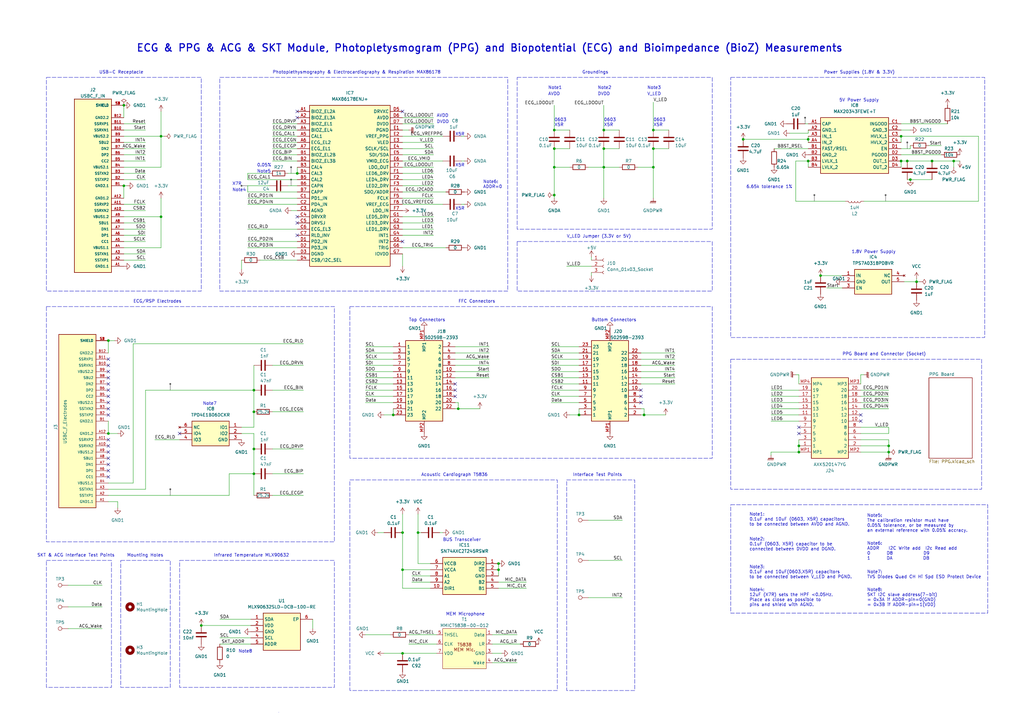
<source format=kicad_sch>
(kicad_sch (version 20230121) (generator eeschema)
  (paper "A3")
  (title_block (title "VersaSens EEG_PPG") (date "2024-02-20") (rev "00") (company "EPFL, Embedded Systems Laboratory") (comment 1 "Author: Taraneh Aminosharieh Najafi") (comment 2 "Approved: José Angel Miranda Calero"))
  (junction (at 247.65 68.58))
  (junction (at 50.8 76.2))
  (junction (at 327.66 185.42))
  (junction (at 227.33 60.96))
  (junction (at 364.49 185.42))
  (junction (at 327.66 182.88))
  (junction (at 364.49 182.88))
  (junction (at 369.57 66.04))
  (junction (at 369.57 55.88))
  (junction (at 237.49 170.18))
  (junction (at 171.45 218.44))
  (junction (at 331.47 57.15))
  (junction (at 336.55 113.03))
  (junction (at 121.92 71.12))
  (junction (at 304.8 57.15))
  (junction (at 373.38 73.66))
  (junction (at 382.27 66.04))
  (junction (at 104.14 160.02))
  (junction (at 331.47 66.04))
  (junction (at 165.1 267.97))
  (junction (at 66.04 88.9))
  (junction (at 267.97 68.58))
  (junction (at 227.33 53.34))
  (junction (at 227.33 68.58))
  (junction (at 104.14 184.15))
  (junction (at 372.11 66.04))
  (junction (at 104.14 168.91))
  (junction (at 161.29 170.18))
  (junction (at 247.65 53.34))
  (junction (at 204.47 233.68))
  (junction (at 375.92 115.57))
  (junction (at 204.47 231.14))
  (junction (at 267.97 60.96))
  (junction (at 44.45 177.8))
  (junction (at 104.14 194.31))
  (junction (at 66.04 55.88))
  (junction (at 264.16 170.18))
  (junction (at 187.96 167.64))
  (junction (at 82.55 256.54))
  (junction (at 50.8 43.18))
  (junction (at 247.65 60.96))
  (junction (at 165.1 233.68))
  (junction (at 267.97 53.34))
  (junction (at 165.1 218.44))
  (junction (at 391.16 66.04))
  (junction (at 227.33 80.01))
  (junction (at 44.45 139.7))
  (no_connect (at 327.66 177.8))
  (no_connect (at 44.45 195.58))
  (no_connect (at 44.45 147.32))
  (no_connect (at 44.45 193.04))
  (no_connect (at 44.45 190.5))
  (no_connect (at 73.66 177.8))
  (no_connect (at 353.06 172.72))
  (no_connect (at 186.69 160.02))
  (no_connect (at 44.45 154.94))
  (no_connect (at 44.45 165.1))
  (no_connect (at 44.45 180.34))
  (no_connect (at 262.89 162.56))
  (no_connect (at 44.45 157.48))
  (no_connect (at 121.92 88.9))
  (no_connect (at 44.45 162.56))
  (no_connect (at 121.92 91.44))
  (no_connect (at 44.45 187.96))
  (no_connect (at 121.92 48.26))
  (no_connect (at 186.69 157.48))
  (no_connect (at 44.45 160.02))
  (no_connect (at 262.89 165.1))
  (no_connect (at 262.89 160.02))
  (no_connect (at 44.45 149.86))
  (no_connect (at 44.45 185.42))
  (no_connect (at 44.45 170.18))
  (no_connect (at 44.45 167.64))
  (no_connect (at 121.92 45.72))
  (no_connect (at 165.1 99.06))
  (no_connect (at 44.45 182.88))
  (no_connect (at 353.06 170.18))
  (no_connect (at 327.66 175.26))
  (no_connect (at 165.1 45.72))
  (no_connect (at 121.92 96.52))
  (no_connect (at 44.45 152.4))
  (no_connect (at 186.69 162.56))
  (wire (pts (xy 66.04 81.28) (xy 66.04 88.9)))
  (wire (pts (xy 226.06 144.78) (xy 237.49 144.78)))
  (wire (pts (xy 331.47 55.88) (xy 331.47 57.15)))
  (wire (pts (xy 50.8 88.9) (xy 66.04 88.9)))
  (wire (pts (xy 273.05 170.18) (xy 264.16 170.18)))
  (wire (pts (xy 227.33 80.01) (xy 227.33 81.28)))
  (wire (pts (xy 353.06 167.64) (xy 364.49 167.64)))
  (wire (pts (xy 63.5 180.34) (xy 73.66 180.34)))
  (wire (pts (xy 364.49 185.42) (xy 353.06 185.42)))
  (wire (pts (xy 165.1 93.98) (xy 177.8 93.98)))
  (wire (pts (xy 101.6 101.6) (xy 121.92 101.6)))
  (wire (pts (xy 90.17 264.16) (xy 102.87 264.16)))
  (wire (pts (xy 149.86 160.02) (xy 161.29 160.02)))
  (wire (pts (xy 316.23 167.64) (xy 327.66 167.64)))
  (wire (pts (xy 369.57 63.5) (xy 386.08 63.5)))
  (wire (pts (xy 44.45 177.8) (xy 48.26 177.8)))
  (wire (pts (xy 364.49 185.42) (xy 364.49 186.69)))
  (wire (pts (xy 212.09 271.78) (xy 201.93 271.78)))
  (wire (pts (xy 180.34 218.44) (xy 181.61 218.44)))
  (wire (pts (xy 48.26 205.74) (xy 44.45 205.74)))
  (wire (pts (xy 226.06 152.4) (xy 237.49 152.4)))
  (wire (pts (xy 171.45 218.44) (xy 172.72 218.44)))
  (wire (pts (xy 165.1 76.2) (xy 177.8 76.2)))
  (wire (pts (xy 227.33 43.18) (xy 227.33 53.34)))
  (wire (pts (xy 326.39 82.55) (xy 346.71 82.55)))
  (wire (pts (xy 50.8 86.36) (xy 59.69 86.36)))
  (wire (pts (xy 176.53 233.68) (xy 165.1 233.68)))
  (wire (pts (xy 67.31 55.88) (xy 66.04 55.88)))
  (wire (pts (xy 167.64 264.16) (xy 179.07 264.16)))
  (wire (pts (xy 241.3 229.87) (xy 255.27 229.87)))
  (wire (pts (xy 262.89 147.32) (xy 276.86 147.32)))
  (wire (pts (xy 331.47 66.04) (xy 331.47 68.58)))
  (wire (pts (xy 167.64 260.35) (xy 179.07 260.35)))
  (wire (pts (xy 323.85 54.61) (xy 331.47 54.61)))
  (wire (pts (xy 241.3 245.11) (xy 255.27 245.11)))
  (wire (pts (xy 50.8 43.18) (xy 50.8 48.26)))
  (wire (pts (xy 369.57 66.04) (xy 372.11 66.04)))
  (wire (pts (xy 186.69 142.24) (xy 200.66 142.24)))
  (wire (pts (xy 327.66 185.42) (xy 316.23 185.42)))
  (wire (pts (xy 354.33 153.67) (xy 353.06 153.67)))
  (wire (pts (xy 364.49 177.8) (xy 353.06 177.8)))
  (wire (pts (xy 118.11 71.12) (xy 121.92 71.12)))
  (wire (pts (xy 377.19 115.57) (xy 375.92 115.57)))
  (wire (pts (xy 165.1 58.42) (xy 177.8 58.42)))
  (wire (pts (xy 317.5 60.96) (xy 331.47 60.96)))
  (wire (pts (xy 227.33 68.58) (xy 227.33 80.01)))
  (wire (pts (xy 90.17 254) (xy 102.87 254)))
  (wire (pts (xy 149.86 157.48) (xy 161.29 157.48)))
  (wire (pts (xy 369.57 55.88) (xy 401.32 55.88)))
  (wire (pts (xy 330.2 50.8) (xy 331.47 50.8)))
  (wire (pts (xy 50.8 104.14) (xy 59.69 104.14)))
  (wire (pts (xy 204.47 231.14) (xy 204.47 233.68)))
  (wire (pts (xy 177.8 96.52) (xy 165.1 96.52)))
  (wire (pts (xy 104.14 177.8) (xy 104.14 184.15)))
  (wire (pts (xy 44.45 139.7) (xy 44.45 144.78)))
  (wire (pts (xy 99.06 110.49) (xy 99.06 106.68)))
  (wire (pts (xy 165.1 55.88) (xy 181.61 55.88)))
  (wire (pts (xy 101.6 73.66) (xy 121.92 73.66)))
  (wire (pts (xy 247.65 60.96) (xy 247.65 68.58)))
  (wire (pts (xy 157.48 267.97) (xy 165.1 267.97)))
  (wire (pts (xy 104.14 184.15) (xy 104.14 194.31)))
  (wire (pts (xy 264.16 170.18) (xy 262.89 170.18)))
  (wire (pts (xy 227.33 60.96) (xy 227.33 68.58)))
  (wire (pts (xy 336.55 113.03) (xy 345.44 113.03)))
  (wire (pts (xy 165.1 267.97) (xy 179.07 267.97)))
  (wire (pts (xy 190.5 66.04) (xy 189.23 66.04)))
  (wire (pts (xy 168.91 238.76) (xy 176.53 238.76)))
  (wire (pts (xy 401.32 55.88) (xy 401.32 82.55)))
  (wire (pts (xy 165.1 81.28) (xy 177.8 81.28)))
  (wire (pts (xy 267.97 60.96) (xy 274.32 60.96)))
  (wire (pts (xy 66.04 88.9) (xy 66.04 101.6)))
  (wire (pts (xy 353.06 153.67) (xy 353.06 157.48)))
  (wire (pts (xy 204.47 241.3) (xy 215.9 241.3)))
  (wire (pts (xy 50.8 66.04) (xy 59.69 66.04)))
  (wire (pts (xy 101.6 93.98) (xy 121.92 93.98)))
  (wire (pts (xy 111.76 66.04) (xy 121.92 66.04)))
  (wire (pts (xy 104.14 168.91) (xy 104.14 160.02)))
  (wire (pts (xy 149.86 165.1) (xy 161.29 165.1)))
  (wire (pts (xy 262.89 149.86) (xy 276.86 149.86)))
  (wire (pts (xy 226.06 149.86) (xy 237.49 149.86)))
  (wire (pts (xy 327.66 180.34) (xy 327.66 182.88)))
  (wire (pts (xy 104.14 194.31) (xy 104.14 203.2)))
  (wire (pts (xy 54.61 140.97) (xy 124.46 140.97)))
  (wire (pts (xy 262.89 154.94) (xy 276.86 154.94)))
  (wire (pts (xy 353.06 162.56) (xy 364.49 162.56)))
  (wire (pts (xy 372.11 73.66) (xy 373.38 73.66)))
  (wire (pts (xy 262.89 167.64) (xy 264.16 167.64)))
  (wire (pts (xy 165.1 218.44) (xy 165.1 210.82)))
  (wire (pts (xy 391.16 66.04) (xy 393.7 66.04)))
  (wire (pts (xy 369.57 66.04) (xy 369.57 68.58)))
  (wire (pts (xy 227.33 60.96) (xy 233.68 60.96)))
  (wire (pts (xy 157.48 170.18) (xy 161.29 170.18)))
  (wire (pts (xy 190.5 55.88) (xy 189.23 55.88)))
  (wire (pts (xy 171.45 218.44) (xy 171.45 231.14)))
  (wire (pts (xy 50.8 71.12) (xy 59.69 71.12)))
  (wire (pts (xy 50.8 53.34) (xy 59.69 53.34)))
  (wire (pts (xy 201.93 264.16) (xy 213.36 264.16)))
  (wire (pts (xy 237.49 167.64) (xy 237.49 170.18)))
  (wire (pts (xy 201.93 260.35) (xy 212.09 260.35)))
  (wire (pts (xy 241.3 68.58) (xy 247.65 68.58)))
  (wire (pts (xy 44.45 200.66) (xy 59.69 200.66)))
  (wire (pts (xy 373.38 59.69) (xy 373.38 60.96)))
  (wire (pts (xy 101.6 78.74) (xy 101.6 76.2)))
  (wire (pts (xy 226.06 165.1) (xy 237.49 165.1)))
  (wire (pts (xy 165.1 88.9) (xy 177.8 88.9)))
  (wire (pts (xy 226.06 157.48) (xy 237.49 157.48)))
  (wire (pts (xy 111.76 55.88) (xy 121.92 55.88)))
  (wire (pts (xy 316.23 172.72) (xy 327.66 172.72)))
  (wire (pts (xy 111.76 53.34) (xy 121.92 53.34)))
  (wire (pts (xy 176.53 231.14) (xy 171.45 231.14)))
  (wire (pts (xy 364.49 182.88) (xy 364.49 185.42)))
  (wire (pts (xy 381 59.69) (xy 386.08 59.69)))
  (wire (pts (xy 226.06 162.56) (xy 237.49 162.56)))
  (wire (pts (xy 165.1 63.5) (xy 177.8 63.5)))
  (wire (pts (xy 247.65 53.34) (xy 254 53.34)))
  (wire (pts (xy 364.49 180.34) (xy 353.06 180.34)))
  (wire (pts (xy 186.69 149.86) (xy 200.66 149.86)))
  (wire (pts (xy 27.94 257.81) (xy 41.91 257.81)))
  (wire (pts (xy 50.8 101.6) (xy 66.04 101.6)))
  (wire (pts (xy 111.76 194.31) (xy 124.46 194.31)))
  (wire (pts (xy 316.23 160.02) (xy 327.66 160.02)))
  (wire (pts (xy 370.84 115.57) (xy 375.92 115.57)))
  (wire (pts (xy 165.1 241.3) (xy 165.1 233.68)))
  (wire (pts (xy 104.14 149.86) (xy 104.14 160.02)))
  (wire (pts (xy 27.94 248.92) (xy 41.91 248.92)))
  (wire (pts (xy 101.6 76.2) (xy 110.49 76.2)))
  (wire (pts (xy 327.66 153.67) (xy 327.66 157.48)))
  (wire (pts (xy 226.06 160.02) (xy 237.49 160.02)))
  (wire (pts (xy 128.27 257.81) (xy 128.27 254)))
  (wire (pts (xy 267.97 60.96) (xy 267.97 68.58)))
  (wire (pts (xy 66.04 55.88) (xy 66.04 68.58)))
  (wire (pts (xy 226.06 147.32) (xy 237.49 147.32)))
  (wire (pts (xy 165.1 60.96) (xy 177.8 60.96)))
  (wire (pts (xy 171.45 218.44) (xy 171.45 210.82)))
  (wire (pts (xy 261.62 68.58) (xy 267.97 68.58)))
  (wire (pts (xy 226.06 142.24) (xy 237.49 142.24)))
  (wire (pts (xy 111.76 149.86) (xy 124.46 149.86)))
  (wire (pts (xy 50.8 50.8) (xy 59.69 50.8)))
  (wire (pts (xy 262.89 144.78) (xy 276.86 144.78)))
  (wire (pts (xy 50.8 73.66) (xy 59.69 73.66)))
  (wire (pts (xy 326.39 153.67) (xy 327.66 153.67)))
  (wire (pts (xy 262.89 157.48) (xy 276.86 157.48)))
  (wire (pts (xy 44.45 172.72) (xy 44.45 177.8)))
  (wire (pts (xy 111.76 203.2) (xy 124.46 203.2)))
  (wire (pts (xy 50.8 76.2) (xy 50.8 81.28)))
  (wire (pts (xy 226.06 154.94) (xy 237.49 154.94)))
  (wire (pts (xy 52.07 76.2) (xy 50.8 76.2)))
  (wire (pts (xy 391.16 66.04) (xy 391.16 68.58)))
  (wire (pts (xy 331.47 66.04) (xy 326.39 66.04)))
  (wire (pts (xy 165.1 83.82) (xy 181.61 83.82)))
  (wire (pts (xy 316.23 170.18) (xy 327.66 170.18)))
  (wire (pts (xy 227.33 68.58) (xy 233.68 68.58)))
  (wire (pts (xy 82.55 256.54) (xy 102.87 256.54)))
  (wire (pts (xy 168.91 236.22) (xy 176.53 236.22)))
  (wire (pts (xy 165.1 78.74) (xy 182.88 78.74)))
  (wire (pts (xy 241.3 213.36) (xy 255.27 213.36)))
  (wire (pts (xy 59.69 160.02) (xy 104.14 160.02)))
  (wire (pts (xy 247.65 68.58) (xy 254 68.58)))
  (wire (pts (xy 111.76 58.42) (xy 121.92 58.42)))
  (wire (pts (xy 48.26 208.28) (xy 48.26 205.74)))
  (wire (pts (xy 373.38 53.34) (xy 369.57 53.34)))
  (wire (pts (xy 233.68 170.18) (xy 237.49 170.18)))
  (wire (pts (xy 101.6 99.06) (xy 121.92 99.06)))
  (wire (pts (xy 101.6 71.12) (xy 101.6 73.66)))
  (wire (pts (xy 267.97 68.58) (xy 267.97 81.28)))
  (wire (pts (xy 204.47 238.76) (xy 215.9 238.76)))
  (wire (pts (xy 44.45 203.2) (xy 93.98 203.2)))
  (wire (pts (xy 119.38 86.36) (xy 121.92 86.36)))
  (wire (pts (xy 104.14 194.31) (xy 93.98 194.31)))
  (wire (pts (xy 101.6 78.74) (xy 121.92 78.74)))
  (wire (pts (xy 316.23 185.42) (xy 316.23 186.69)))
  (wire (pts (xy 90.17 261.62) (xy 102.87 261.62)))
  (wire (pts (xy 382.27 66.04) (xy 391.16 66.04)))
  (wire (pts (xy 262.89 152.4) (xy 276.86 152.4)))
  (wire (pts (xy 247.65 68.58) (xy 247.65 81.28)))
  (wire (pts (xy 149.86 147.32) (xy 161.29 147.32)))
  (wire (pts (xy 50.8 91.44) (xy 59.69 91.44)))
  (wire (pts (xy 327.66 182.88) (xy 327.66 185.42)))
  (wire (pts (xy 149.86 144.78) (xy 161.29 144.78)))
  (wire (pts (xy 99.06 177.8) (xy 104.14 177.8)))
  (wire (pts (xy 149.86 142.24) (xy 161.29 142.24)))
  (wire (pts (xy 50.8 63.5) (xy 59.69 63.5)))
  (wire (pts (xy 201.93 267.97) (xy 205.74 267.97)))
  (wire (pts (xy 111.76 184.15) (xy 124.46 184.15)))
  (wire (pts (xy 186.69 154.94) (xy 200.66 154.94)))
  (wire (pts (xy 369.57 55.88) (xy 369.57 58.42)))
  (wire (pts (xy 247.65 43.18) (xy 247.65 53.34)))
  (wire (pts (xy 165.1 73.66) (xy 177.8 73.66)))
  (wire (pts (xy 149.86 152.4) (xy 161.29 152.4)))
  (wire (pts (xy 364.49 175.26) (xy 364.49 177.8)))
  (wire (pts (xy 50.8 93.98) (xy 59.69 93.98)))
  (wire (pts (xy 101.6 81.28) (xy 121.92 81.28)))
  (wire (pts (xy 165.1 101.6) (xy 182.88 101.6)))
  (wire (pts (xy 186.69 144.78) (xy 200.66 144.78)))
  (wire (pts (xy 111.76 63.5) (xy 121.92 63.5)))
  (wire (pts (xy 165.1 71.12) (xy 177.8 71.12)))
  (wire (pts (xy 50.8 60.96) (xy 59.69 60.96)))
  (wire (pts (xy 373.38 73.66) (xy 382.27 73.66)))
  (wire (pts (xy 50.8 96.52) (xy 59.69 96.52)))
  (wire (pts (xy 372.11 66.04) (xy 382.27 66.04)))
  (wire (pts (xy 50.8 58.42) (xy 59.69 58.42)))
  (wire (pts (xy 247.65 60.96) (xy 254 60.96)))
  (wire (pts (xy 364.49 180.34) (xy 364.49 182.88)))
  (wire (pts (xy 227.33 53.34) (xy 233.68 53.34)))
  (wire (pts (xy 46.99 139.7) (xy 44.45 139.7)))
  (wire (pts (xy 165.1 48.26) (xy 177.8 48.26)))
  (wire (pts (xy 353.06 175.26) (xy 364.49 175.26)))
  (wire (pts (xy 149.86 154.94) (xy 161.29 154.94)))
  (wire (pts (xy 93.98 194.31) (xy 93.98 203.2)))
  (wire (pts (xy 118.11 76.2) (xy 121.92 76.2)))
  (wire (pts (xy 264.16 167.64) (xy 264.16 170.18)))
  (wire (pts (xy 111.76 50.8) (xy 121.92 50.8)))
  (wire (pts (xy 54.61 198.12) (xy 44.45 198.12)))
  (wire (pts (xy 111.76 160.02) (xy 124.46 160.02)))
  (wire (pts (xy 50.8 55.88) (xy 66.04 55.88)))
  (wire (pts (xy 373.38 60.96) (xy 369.57 60.96)))
  (wire (pts (xy 204.47 236.22) (xy 204.47 233.68)))
  (wire (pts (xy 316.23 162.56) (xy 327.66 162.56)))
  (wire (pts (xy 101.6 71.12) (xy 110.49 71.12)))
  (wire (pts (xy 353.06 165.1) (xy 364.49 165.1)))
  (wire (pts (xy 106.68 106.68) (xy 121.92 106.68)))
  (wire (pts (xy 149.86 260.35) (xy 160.02 260.35)))
  (wire (pts (xy 104.14 175.26) (xy 104.14 168.91)))
  (wire (pts (xy 161.29 167.64) (xy 161.29 170.18)))
  (wire (pts (xy 54.61 140.97) (xy 54.61 198.12)))
  (wire (pts (xy 186.69 152.4) (xy 200.66 152.4)))
  (wire (pts (xy 304.8 57.15) (xy 331.47 57.15)))
  (wire (pts (xy 111.76 60.96) (xy 121.92 60.96)))
  (wire (pts (xy 27.94 240.03) (xy 41.91 240.03)))
  (wire (pts (xy 50.8 68.58) (xy 66.04 68.58)))
  (wire (pts (xy 331.47 54.61) (xy 331.47 53.34)))
  (wire (pts (xy 187.96 167.64) (xy 186.69 167.64)))
  (wire (pts (xy 190.5 83.82) (xy 189.23 83.82)))
  (wire (pts (xy 111.76 168.91) (xy 124.46 168.91)))
  (wire (pts (xy 154.94 218.44) (xy 157.48 218.44)))
  (wire (pts (xy 345.44 118.11) (xy 339.09 118.11)))
  (wire (pts (xy 242.57 113.03) (xy 242.57 111.76)))
  (wire (pts (xy 187.96 165.1) (xy 187.96 167.64)))
  (wire (pts (xy 50.8 83.82) (xy 59.69 83.82)))
  (wire (pts (xy 121.92 68.58) (xy 121.92 71.12)))
  (wire (pts (xy 331.47 57.15) (xy 331.47 58.42)))
  (wire (pts (xy 186.69 147.32) (xy 200.66 147.32)))
  (wire (pts (xy 165.1 218.44) (xy 165.1 233.68)))
  (wire (pts (xy 149.86 149.86) (xy 161.29 149.86)))
  (wire (pts (xy 66.04 45.72) (xy 66.04 55.88)))
  (wire (pts (xy 167.64 53.34) (xy 165.1 53.34)))
  (wire (pts (xy 196.85 167.64) (xy 187.96 167.64)))
  (wire (pts (xy 267.97 53.34) (xy 274.32 53.34)))
  (wire (pts (xy 50.8 106.68) (xy 59.69 106.68)))
  (wire (pts (xy 354.33 82.55) (xy 401.32 82.55)))
  (wire (pts (xy 176.53 241.3) (xy 165.1 241.3)))
  (wire (pts (xy 232.41 109.22) (xy 242.57 109.22)))
  (wire (pts (xy 375.92 115.57) (xy 375.92 114.3)))
  (wire (pts (xy 364.49 182.88) (xy 353.06 182.88)))
  (wire (pts (xy 242.57 105.41) (xy 242.57 106.68)))
  (wire (pts (xy 326.39 66.04) (xy 326.39 82.55)))
  (wire (pts (xy 165.1 50.8) (xy 177.8 50.8)))
  (wire (pts (xy 353.06 160.02) (xy 364.49 160.02)))
  (wire (pts (xy 59.69 200.66) (xy 59.69 160.02)))
  (wire (pts (xy 149.86 162.56) (xy 161.29 162.56)))
  (wire (pts (xy 267.97 41.91) (xy 267.97 53.34)))
  (wire (pts (xy 369.57 50.8) (xy 388.62 50.8)))
  (wire (pts (xy 165.1 109.22) (xy 165.1 104.14)))
  (wire (pts (xy 316.23 165.1) (xy 327.66 165.1)))
  (wire (pts (xy 165.1 68.58) (xy 177.8 68.58)))
  (wire (pts (xy 165.1 91.44) (xy 177.8 91.44)))
  (wire (pts (xy 165.1 66.04) (xy 181.61 66.04)))
  (wire (pts (xy 101.6 83.82) (xy 121.92 83.82)))
  (wire (pts (xy 104.14 175.26) (xy 99.06 175.26)))
  (wire (pts (xy 186.69 165.1) (xy 187.96 165.1)))
  (wire (pts (xy 50.8 99.06) (xy 59.69 99.06)))
  (rectangle (start 19.05 229.87) (end 45.72 281.94) (stroke (width 0) (type dash)))
  (rectangle (start 143.51 196.85) (end 228.6 283.21) (stroke (width 0) (type dash)))
  (rectangle (start 49.53 229.87) (end 69.85 281.94) (stroke (width 0) (type dash)))
  (rectangle (start 232.41 196.85) (end 260.35 283.21) (stroke (width 0) (type dash)))
  (rectangle (start 19.05 125.73) (end 137.16 222.25) (stroke (width 0) (type dash)))
  (rectangle (start 299.72 31.75) (end 403.86 138.43) (stroke (width 0) (type dash)))
  (rectangle (start 212.09 99.06) (end 292.1 119.38) (stroke (width 0) (type dash)))
  (rectangle (start 143.51 125.73) (end 292.1 187.96) (stroke (width 0) (type dash)))
  (rectangle (start 212.09 31.75) (end 292.1 93.98) (stroke (width 0) (type dash)))
  (rectangle (start 299.72 147.32) (end 402.59 200.66) (stroke (width 0) (type dash)))
  (rectangle (start 73.66 229.87) (end 137.16 281.94) (stroke (width 0) (type dash)))
  (rectangle (start 222.25 40.64) (end 222.25 40.64))
  (rectangle (start 90.17 31.75) (end 208.28 119.38) (stroke (width 0) (type dash)))
  (rectangle (start 299.72 207.01) (end 405.13 251.46) (stroke (width 0) (type dash)))
  (rectangle (start 19.05 31.75) (end 82.55 119.38) (stroke (width 0) (type dash)))
  (rectangle (start 114.3 292.1) (end 114.3 292.1))
  (text "X5R" (at 186.69 86.36 0) (effects (font (size 1.27 1.27)) (justify left bottom)))
  (text "Interface Test Points\n" (at 234.95 195.58 0) (effects (font (size 1.27 1.27)) (justify left bottom)))
  (text "Note8" (at 97.79 267.97 0) (effects (font (size 1.27 1.27)) (justify left bottom)))
  (text "Note5:\nThe calibration resistor must have \n0.05% tolerance, or be measured by \nan external reference with 0.05% accracy." (at 355.6 218.44 0) (effects (font (size 1.27 1.27)) (justify left bottom)))
  (text "6.65k tolerance 1%" (at 306.07 77.47 0) (effects (font (size 1.27 1.27)) (justify left bottom)))
  (text "ECG/RSP Electrodes" (at 54.61 124.46 0) (effects (font (size 1.27 1.27)) (justify left bottom)))
  (text "V_LED" (at 265.43 39.37 0) (effects (font (size 1.27 1.27)) (justify left bottom)))
  (text "Note3:\n0.1uF and 10uF(0603,X5R) capacitors \nto be connected between V_LED and PGND.\n" (at 307.34 237.49 0) (effects (font (size 1.27 1.27)) (justify left bottom)))
  (text "Note6:\nADDR=0" (at 198.12 77.47 0) (effects (font (size 1.27 1.27)) (justify left bottom)))
  (text "Photoplethysmography & Electrocardiography & Respiration MAX86178" (at 111.76 30.48 0) (effects (font (size 1.27 1.27)) (justify left bottom)))
  (text "0603\nX5R" (at 247.65 52.07 0) (effects (font (size 1.27 1.27)) (justify left bottom)))
  (text "BUS Transceiver" (at 181.61 222.25 0) (effects (font (size 1.27 1.27)) (justify left bottom)))
  (text "Note4" (at 95.25 78.74 0) (effects (font (size 1.27 1.27)) (justify left bottom)))
  (text "0603\nX5R" (at 227.33 52.07 0) (effects (font (size 1.27 1.27)) (justify left bottom)))
  (text "Note8:\nSKT I2C slave address(7-bit)\n= 0x3A if ADDR-pin=0(GND)\n= 0x3B if ADDR-pin=1(VDD)" (at 355.6 248.92 0) (effects (font (size 1.27 1.27)) (justify left bottom)))
  (text "Note2" (at 245.11 36.83 0) (effects (font (size 1.27 1.27)) (justify left bottom)))
  (text "AVDD" (at 224.79 39.37 0) (effects (font (size 1.27 1.27)) (justify left bottom)))
  (text "Top Connectors" (at 167.64 132.08 0) (effects (font (size 1.27 1.27)) (justify left bottom)))
  (text "V_LED Jumper (3.3V or 5V)" (at 232.41 97.79 0) (effects (font (size 1.27 1.27)) (justify left bottom)))
  (text "SKT & ACG Interface Test Points\n" (at 15.24 228.6 0) (effects (font (size 1.27 1.27)) (justify left bottom)))
  (text "MEM Microphone" (at 182.88 252.73 0) (effects (font (size 1.27 1.27)) (justify left bottom)))
  (text "Note7:\nTVS Diodes Quad CH Hi Spd ESD Protect Device" (at 355.6 237.49 0) (effects (font (size 1.27 1.27)) (justify left bottom)))
  (text "Note1:\n0.1uF and 10uF (0603, X5R) capacitors \nto be connected between AVDD and AGND." (at 307.34 215.9 0) (effects (font (size 1.27 1.27)) (justify left bottom)))
  (text "X5R" (at 186.69 68.58 0) (effects (font (size 1.27 1.27)) (justify left bottom)))
  (text "USB-C Receptacle" (at 40.64 30.48 0) (effects (font (size 1.27 1.27)) (justify left bottom)))
  (text "Infrared Temperature MLX90632" (at 87.63 228.6 0) (effects (font (size 1.27 1.27)) (justify left bottom)))
  (text "ECG & PPG & ACG & SKT Module, Photopletysmogram (PPG) and Biopotential (ECG) and Bioimpedance (BioZ) Measurements" (at 55.88 21.59 0) (effects (font (size 3 3) (thickness 0.454) bold) (justify left bottom)))
  (text "1.8V Power Supply\n" (at 349.25 104.14 0) (effects (font (size 1.27 1.27)) (justify left bottom)))
  (text "Note7" (at 88.9 166.37 0) (effects (font (size 1.27 1.27)) (justify right bottom)))
  (text "Note5" (at 105.41 71.12 0) (effects (font (size 1.27 1.27)) (justify left bottom)))
  (text "Note1" (at 224.79 36.83 0) (effects (font (size 1.27 1.27)) (justify left bottom)))
  (text "DVDD" (at 179.07 50.8 0) (effects (font (size 1.27 1.27)) (justify left bottom)))
  (text "Buttom Connectors" (at 242.57 132.08 0) (effects (font (size 1.27 1.27)) (justify left bottom)))
  (text "X5R" (at 186.69 55.88 0) (effects (font (size 1.27 1.27)) (justify left bottom)))
  (text "DVDD" (at 245.11 39.37 0) (effects (font (size 1.27 1.27)) (justify left bottom)))
  (text "FFC Connectors" (at 187.96 124.46 0) (effects (font (size 1.27 1.27)) (justify left bottom)))
  (text "0603\nX5R" (at 267.97 52.07 0) (effects (font (size 1.27 1.27)) (justify left bottom)))
  (text "AVDD" (at 179.07 48.26 0) (effects (font (size 1.27 1.27)) (justify left bottom)))
  (text "0.05%" (at 105.41 68.58 0) (effects (font (size 1.27 1.27)) (justify left bottom)))
  (text "Note4:\n12uF (X7R) sets the HPF <0.05Hz.\nPlace as close as possible to \npins and shield with AGND." (at 307.34 248.92 0) (effects (font (size 1.27 1.27)) (justify left bottom)))
  (text "Groundings" (at 238.76 30.48 0) (effects (font (size 1.27 1.27)) (justify left bottom)))
  (text "Power Supplies (1.8V & 3.3V)" (at 337.82 30.48 0) (effects (font (size 1.27 1.27)) (justify left bottom)))
  (text "Note2:\n0.1uF (0603, X5R) capacitor to be \nconnected between DVDD and DGND." (at 307.34 226.06 0) (effects (font (size 1.27 1.27)) (justify left bottom)))
  (text "5V Power Supply\n" (at 344.17 41.91 0) (effects (font (size 1.27 1.27)) (justify left bottom)))
  (text "Note6:\nADDR    I2C Write add  I2c Read add\n0       D8             D9\n1       DA             DB" (at 355.6 229.87 0) (effects (font (size 1.27 1.27)) (justify left bottom)))
  (text "Mounting Holes" (at 52.07 228.6 0) (effects (font (size 1.27 1.27)) (justify left bottom)))
  (text "Acoustic Cardiograph T5836" (at 172.72 195.58 0) (effects (font (size 1.27 1.27)) (justify left bottom)))
  (text "Note3" (at 265.43 36.83 0) (effects (font (size 1.27 1.27)) (justify left bottom)))
  (text "PPG Board and Connector (Socket)" (at 345.44 146.05 0) (effects (font (size 1.27 1.27)) (justify left bottom)))
  (text "X7R" (at 95.25 76.2 0) (effects (font (size 1.27 1.27)) (justify left bottom)))
  (label "ECG_LDOOUT" (at 247.65 43.18 180))
  (label "ECG_BIN" (at 124.46 160.02 180))
  (label "MIC_DATA" (at 215.9 238.76 180))
  (label "V_LED" (at 364.49 175.26 180))
  (label "V_LED" (at 232.41 109.22 0))
  (label "ECG_VREFECG" (at 177.8 83.82 180))
  (label "ECG_RLD" (at 101.6 93.98 0))
  (label "INT4" (at 59.69 58.42 180))
  (label "LED5" (at 316.23 170.18 0))
  (label "Start" (at 386.08 59.69 180))
  (label "ECG_DRVP" (at 124.46 184.15 180))
  (label "SDI" (at 149.86 149.86 0))
  (label "SDO" (at 149.86 152.4 0))
  (label "Reset" (at 200.66 154.94 180))
  (label "LED1" (at 316.23 160.02 0))
  (label "MIC_CLK" (at 215.9 241.3 180))
  (label "CSB2" (at 226.06 157.48 0))
  (label "INT1" (at 200.66 142.24 180))
  (label "ECG_PD3IN" (at 364.49 165.1 180))
  (label "LED5" (at 177.8 88.9 180))
  (label "ACG_THSEL" (at 167.64 260.35 0))
  (label "FCLK" (at 177.8 81.28 180))
  (label "ECG_PD4IN" (at 364.49 167.64 180))
  (label "ACG_Wake" (at 276.86 149.86 180))
  (label "ECG_I2CADD" (at 177.8 78.74 180))
  (label "ECG_CAL1" (at 101.6 73.66 0))
  (label "ECG_BIN" (at 111.76 66.04 0))
  (label "V_LED" (at 267.97 41.91 0))
  (label "ECG_DRVP" (at 111.76 50.8 0))
  (label "CSB1" (at 59.69 91.44 180))
  (label "ECG_CSB" (at 107.95 106.68 0))
  (label "Start" (at 339.09 118.11 0))
  (label "CSB2" (at 59.69 86.36 180))
  (label "CLK" (at 226.06 162.56 0))
  (label "CLK" (at 41.91 240.03 180))
  (label "CSB2" (at 149.86 157.48 0))
  (label "ECG_DRVN" (at 111.76 53.34 0))
  (label "FCLK" (at 226.06 160.02 0))
  (label "Start" (at 59.69 53.34 180))
  (label "INT2" (at 276.86 147.32 180))
  (label "LED1" (at 177.8 93.98 180))
  (label "INT1" (at 59.69 66.04 180))
  (label "CLK" (at 59.69 73.66 180))
  (label "ECG_RLD" (at 124.46 140.97 180))
  (label "ECG_LDOOUT" (at 177.8 68.58 180))
  (label "LED2" (at 177.8 76.2 180))
  (label "SDA" (at 226.06 144.78 0))
  (label "SDA" (at 255.27 213.36 180))
  (label "ECG_ECGN" (at 124.46 168.91 180))
  (label "LED3" (at 177.8 91.44 180))
  (label "ECG_BIP" (at 124.46 194.31 180))
  (label "SCL" (at 90.17 261.62 0))
  (label "ECG_BIP" (at 111.76 63.5 0))
  (label "INT2" (at 177.8 96.52 180))
  (label "SDA" (at 59.69 104.14 180))
  (label "FCLK" (at 59.69 83.82 180))
  (label "INT2" (at 255.27 245.11 180))
  (label "ACG_Wake" (at 41.91 257.81 180))
  (label "SCL" (at 255.27 229.87 180))
  (label "LED3" (at 316.23 165.1 0))
  (label "LED4" (at 177.8 73.66 180))
  (label "ECG_PD1IN" (at 364.49 160.02 180))
  (label "SCLK" (at 226.06 147.32 0))
  (label "SDI" (at 59.69 96.52 180))
  (label "ECG_LDOOUT" (at 227.33 43.18 180))
  (label "INT1" (at 276.86 144.78 180))
  (label "SDA" (at 90.17 254 0))
  (label "CSB1" (at 226.06 154.94 0))
  (label "ECG_LDOOUT" (at 177.8 50.8 180))
  (label "Reset" (at 59.69 50.8 180))
  (label "ECG_RLD" (at 63.5 180.34 0))
  (label "ECG_ECGP" (at 124.46 203.2 180))
  (label "Start" (at 200.66 152.4 180))
  (label "CLK" (at 149.86 162.56 0))
  (label "SCL" (at 177.8 60.96 180))
  (label "Reset" (at 276.86 157.48 180))
  (label "ECG_PD3IN" (at 101.6 101.6 0))
  (label "SCLK" (at 59.69 99.06 180))
  (label "ECG_LDOOUT" (at 177.8 48.26 180))
  (label "INT4" (at 276.86 152.4 180))
  (label "Data" (at 59.69 71.12 180))
  (label "Data" (at 226.06 165.1 0))
  (label "ACG_Wake" (at 59.69 60.96 180))
  (label "BBST_INGOOD" (at 386.08 50.8 180))
  (label "V_LED" (at 177.8 58.42 180))
  (label "INT2" (at 59.69 63.5 180))
  (label "SCL" (at 59.69 106.68 180))
  (label "SDI" (at 226.06 149.86 0))
  (label "ACG_Wake" (at 212.09 271.78 180))
  (label "SKT_ADDR" (at 100.33 264.16 180))
  (label "INT4" (at 200.66 149.86 180))
  (label "BBST_RSEL" (at 318.77 60.96 0))
  (label "ECG_CAL1" (at 111.76 55.88 0))
  (label "CLK" (at 168.91 236.22 0))
  (label "ECG_PD2IN" (at 364.49 162.56 180))
  (label "Data" (at 168.91 238.76 0))
  (label "SDA" (at 177.8 63.5 180))
  (label "ECG_ECGP" (at 111.76 60.96 0))
  (label "SDO" (at 59.69 93.98 180))
  (label "ECG_TRIG" (at 177.8 101.6 180))
  (label "ECG_DRVN" (at 124.46 149.86 180))
  (label "ECG_VMID" (at 176.53 66.04 180))
  (label "ECG_VREFPPG" (at 181.61 55.88 180))
  (label "ECG_PD2IN" (at 101.6 99.06 0))
  (label "LED2" (at 316.23 162.56 0))
  (label "LED6" (at 177.8 71.12 180))
  (label "SCLK" (at 149.86 147.32 0))
  (label "ECG_ECGN" (at 111.76 58.42 0))
  (label "ACG_Wake" (at 200.66 147.32 180))
  (label "ACG_LR" (at 212.09 264.16 180))
  (label "BBST_PGOOD" (at 386.08 63.5 180))
  (label "SCL" (at 226.06 142.24 0))
  (label "LED6" (at 316.23 172.72 0))
  (label "Data" (at 149.86 165.1 0))
  (label "SDA" (at 149.86 144.78 0))
  (label "Data" (at 41.91 248.92 180))
  (label "SCL" (at 149.86 142.24 0))
  (label "Start" (at 276.86 154.94 180))
  (label "CSB1" (at 149.86 154.94 0))
  (label "INT2" (at 200.66 144.78 180))
  (label "SDO" (at 226.06 152.4 0))
  (label "MIC_CLK" (at 167.64 264.16 0))
  (label "FCLK" (at 149.86 160.02 0))
  (label "MIC_DATA" (at 212.09 260.35 180))
  (label "ECG_PD1IN" (at 101.6 81.28 0))
  (label "ECG_PD4IN" (at 101.6 83.82 0))
  (label "LED4" (at 316.23 167.64 0))
  (netclass_flag "" (length 2.54) (shape dot) (at 334.01 82.55 0) (property "Netclass" "Power" (effects hide)))
  (netclass_flag "" (length 2.54) (shape dot) (at 363.22 82.55 0) (property "Netclass" "Power" (effects hide)))
  (netclass_flag "" (length 2.54) (shape dot) (at 372.11 60.96 0) (property "Netclass" "Signal" (effects hide)))
  (netclass_flag "" (length 2.54) (shape dot) (at 119.38 76.2 0) (property "Netclass" "Signal" (effects hide)))
  (netclass_flag "" (length 2.54) (shape dot) (at 330.2 50.8 0) (property "Netclass" "Signal" (effects hide)))
  (netclass_flag "" (length 2.54) (shape dot) (at 101.6 76.2 90) (property "Netclass" "Signal" (effects hide)))
  (netclass_flag "" (length 2.54) (shape dot) (at 69.85 203.2 0) (property "Netclass" "Signal" (effects hide)))
  (netclass_flag "" (length 2.54) (shape dot) (at 69.85 160.02 0) (property "Netclass" "Signal" (effects hide)))
  (netclass_flag "" (length 2.54) (shape dot) (at 119.38 71.12 0) (property "Netclass" "Signal" (effects hide)))
  (symbol (lib_id "power:PWR_FLAG") (at 227.33 80.01 90) (unit 1)
    (property "Reference" "#FLG01" (effects hide))
    (property "Value" "PWR_FLAG" (at 223.52 80.01 90) (effects (justify left)))
    (instances (project "VersaSens_HeEx" (path "" (reference "#FLG01") (unit 1)) (path "" (reference "#FLG07") (unit 1))))
  )
  (symbol (lib_id "power:+3.3V") (at 99.06 110.49 180) (unit 1)
    (property "Reference" "#PWR0137" (effects hide))
    (property "Value" "+3.3V" (at 99.06 115.57 0))
  )
  (symbol (lib_id "power:GND1") (at 149.86 260.35 270) (unit 1)
    (property "Reference" "#PWR0168" (effects hide))
    (property "Value" "GND1" (at 146.05 257.81 90) (effects (justify left)))
  )
  (symbol (lib_id "power:+3.3V") (at 273.05 170.18 0) (unit 1)
    (property "Reference" "#PWR0152" (effects hide))
    (property "Value" "+3.3V" (at 273.05 165.1 0))
  )
  (symbol (lib_id "power:GND1") (at 250.19 134.62 180) (unit 1)
    (property "Reference" "#PWR0145" (effects hide))
    (property "Value" "GND1" (at 246.38 134.62 0))
  )
  (symbol (lib_id "power:GND1") (at 233.68 170.18 270) (unit 1)
    (property "Reference" "#PWR0151" (effects hide))
    (property "Value" "GND1" (at 229.87 170.18 90) (effects (justify right)))
  )
  (symbol (lib_id "power:GND1") (at 48.26 177.8 90) (unit 1)
    (property "Reference" "#PWR0153" (effects hide))
    (property "Value" "GND1" (at 48.26 175.26 90) (effects (justify right)))
  )
  (symbol (lib_id "Device:C") (at 304.8 60.96 0) (unit 1)
    (property "Reference" "C20" (at 309.88 59.69 0))
    (property "Value" "4.7uF" (at 309.88 62.23 0))
    (property "Footprint" "Capacitor_SMD:C_0402_1005Metric" (effects hide))
    (instances (project "VersaSens" (path "" (reference "C20") (unit 1)) (path "" (reference "C47") (unit 1)) (path "" (reference "C9") (unit 1))) (project "VersaSens_HeEx" (path "" (reference "C34") (unit 1))))
  )
  (symbol (lib_id "SamacSys_Parts:AXK520147YG") (at 327.66 185.42 0) (mirror x) (unit 1)
    (property "Reference" "J24" (at 340.36 193.04 0))
    (property "Value" "AXK520147YG" (at 340.36 190.5 0))
    (property "Footprint" "AXK520147YG" (effects hide))
    (property "Datasheet" "https://www.panasonic-electric-works.com/pew/pl/downloads/ds_p5k_p5ks_en.pdf" (effects hide))
    (property "Height" "3.5" (effects hide))
    (property "Mouser Part Number" "769-AXK520147YG" (effects hide))
    (property "Mouser Price/Stock" "https://www.mouser.co.uk/ProductDetail/Panasonic-Industrial-Devices/AXK520147YG?qs=2rFUEsTwVNzUHQnvbikYAA%3D%3D" (effects hide))
    (property "Manufacturer_Name" "Panasonic" (effects hide))
    (property "Manufacturer_Part_Number" "AXK520147YG" (effects hide))
    (instances (project "VersaSens_HeEx" (path "" (reference "J24") (unit 1)) (path "" (reference "J12") (unit 1))))
  )
  (symbol (lib_id "power:GND1") (at 181.61 218.44 90) (unit 1)
    (property "Reference" "#PWR0163" (effects hide))
    (property "Value" "GND1" (at 185.42 218.44 90) (effects (justify right)))
  )
  (symbol (lib_id "power:GND1") (at 48.26 208.28 0) (unit 1)
    (property "Reference" "#PWR0159" (effects hide))
    (property "Value" "GND1" (at 48.26 213.36 0))
  )
  (symbol (lib_id "Device:C") (at 107.95 184.15 270) (mirror x) (unit 1)
    (property "Reference" "C1" (at 106.68 177.8 90) (effects (justify left)))
    (property "Value" "1nF" (at 106.68 180.34 90) (effects (justify left)))
    (property "Footprint" "Capacitor_SMD:C_0603_1608Metric" (effects hide))
    (instances (project "VersaSens" (path "" (reference "C1") (unit 1)) (path "" (reference "C7") (unit 1))) (project "Test26092023" (path "" (reference "C9") (unit 1))) (project "VersaSens_HeEx" (path "" (reference "C44") (unit 1))))
  )
  (symbol (lib_id "power:GND1") (at 121.92 104.14 270) (unit 1)
    (property "Reference" "#PWR0133" (effects hide))
    (property "Value" "GND1" (at 118.11 104.14 90) (effects (justify right)))
  )
  (symbol (lib_id "power:VCC") (at 157.48 267.97 90) (unit 1)
    (property "Reference" "#PWR0171" (effects hide))
    (property "Value" "VCC" (at 153.67 267.97 90) (effects (justify left)))
  )
  (symbol (lib_id "power:GND1") (at 373.38 73.66 0) (unit 1)
    (property "Reference" "#PWR0122" (effects hide))
    (property "Value" "GND1" (at 373.38 78.74 0))
  )
  (symbol (lib_id "power:GNDA") (at 190.5 66.04 90) (unit 1)
    (property "Reference" "#PWR0119" (effects hide))
    (property "Value" "GNDA" (at 194.31 66.04 90) (effects (justify right)))
  )
  (symbol (lib_id "Device:C") (at 372.11 69.85 0) (unit 1)
    (property "Reference" "C20" (at 377.19 68.58 0))
    (property "Value" "4.7uF" (at 377.19 71.12 0))
    (property "Footprint" "Capacitor_SMD:C_0402_1005Metric" (effects hide))
    (instances (project "VersaSens" (path "" (reference "C20") (unit 1)) (path "" (reference "C47") (unit 1)) (path "" (reference "C9") (unit 1))) (project "VersaSens_HeEx" (path "" (reference "C36") (unit 1))))
  )
  (symbol (lib_id "power:PWR_FLAG") (at 364.49 185.42 270) (unit 1)
    (property "Reference" "#FLG01" (effects hide))
    (property "Value" "PWR_FLAG" (at 368.3 185.42 90) (effects (justify left)))
    (instances (project "VersaSens_HeEx" (path "" (reference "#FLG01") (unit 1)) (path "" (reference "#FLG09") (unit 1))))
  )
  (symbol (lib_id "power:GND1") (at 90.17 271.78 0) (unit 1)
    (property "Reference" "#PWR0173" (effects hide))
    (property "Value" "GND1" (at 90.17 276.86 0))
  )
  (symbol (lib_id "power:+3.3V") (at 82.55 256.54 0) (unit 1)
    (property "Reference" "#PWR0165" (effects hide))
    (property "Value" "+3.3V" (at 82.55 251.46 0))
  )
  (symbol (lib_id "Connector:TestPoint") (at 241.3 245.11 90) (unit 1) (in_bom no)
    (property "Reference" "TP5" (at 237.998 242.57 90))
    (property "Value" "TestPoint" (effects hide))
    (property "Footprint" "TestPoint:TestPoint_Pad_D1.0mm" (effects hide))
    (instances (project "VersaSens" (path "" (reference "TP5") (unit 1)) (path "" (reference "TP12") (unit 1)) (path "" (reference "TP26") (unit 1)) (path "" (reference "TP27") (unit 1)) (path "" (reference "TP32") (unit 1)) (path "" (reference "TP11") (unit 1))) (project "VersaSens_HeEx" (path "" (reference "TP43") (unit 1))))
  )
  (symbol (lib_id "power:+5V") (at 242.57 105.41 0) (unit 1)
    (property "Reference" "#PWR0134" (effects hide))
    (property "Value" "+5V" (at 242.57 101.6 0))
  )
  (symbol (lib_id "Connector:TestPoint") (at 27.94 248.92 90) (unit 1) (in_bom no)
    (property "Reference" "TP4" (at 24.638 246.38 90))
    (property "Value" "TestPoint" (effects hide))
    (property "Footprint" "TestPoint:TestPoint_Pad_D1.0mm" (effects hide))
    (instances (project "VersaSens" (path "" (reference "TP4") (unit 1)) (path "" (reference "TP11") (unit 1)) (path "" (reference "TP25") (unit 1)) (path "" (reference "TP23") (unit 1))) (project "VersaSens_HeEx" (path "" (reference "TP44") (unit 1))))
  )
  (symbol (lib_id "power:GND1") (at 154.94 218.44 270) (unit 1)
    (property "Reference" "#PWR0162" (effects hide))
    (property "Value" "GND1" (at 151.13 218.44 90) (effects (justify right)))
  )
  (symbol (lib_id "Device:C") (at 185.42 66.04 270) (mirror x) (unit 1)
    (property "Reference" "C6" (at 184.15 72.39 90) (effects (justify left)))
    (property "Value" "10uF" (at 182.88 69.85 90) (effects (justify left)))
    (property "Footprint" "Capacitor_SMD:C_0603_1608Metric" (effects hide))
    (instances (project "VersaSens" (path "" (reference "C6") (unit 1)) (path "" (reference "C1") (unit 1))) (project "Test26092023" (path "" (reference "C6") (unit 1))) (project "VersaSens_HeEx" (path "" (reference "C35") (unit 1))))
  )
  (symbol (lib_id "power:PWR_FLAG") (at 67.31 55.88 270) (unit 1)
    (property "Reference" "#FLG03" (effects hide))
    (property "Value" "PWR_FLAG" (at 71.12 55.88 90) (effects (justify left)))
    (instances (project "VersaSens_HeEx" (path "" (reference "#FLG03") (unit 1)) (path "" (reference "#FLG05") (unit 1))))
  )
  (symbol (lib_id "Device:C") (at 107.95 160.02 270) (mirror x) (unit 1)
    (property "Reference" "C1" (at 106.68 153.67 90) (effects (justify left)))
    (property "Value" "47nF" (at 106.68 156.21 90) (effects (justify left)))
    (property "Footprint" "Capacitor_SMD:C_0603_1608Metric" (effects hide))
    (instances (project "VersaSens" (path "" (reference "C1") (unit 1)) (path "" (reference "C7") (unit 1))) (project "Test26092023" (path "" (reference "C9") (unit 1))) (project "VersaSens_HeEx" (path "" (reference "C43") (unit 1))))
  )
  (symbol (lib_id "power:GND1") (at 336.55 120.65 0) (unit 1)
    (property "Reference" "#PWR0142" (effects hide))
    (property "Value" "GND1" (at 336.55 125.73 0))
  )
  (symbol (lib_id "power:+3.3V") (at 165.1 210.82 0) (unit 1)
    (property "Reference" "#PWR0160" (effects hide))
    (property "Value" "+3.3V" (at 165.1 205.74 0))
  )
  (symbol (lib_id "Device:R") (at 114.3 71.12 90) (unit 1)
    (property "Reference" "R27" (at 114.3 68.58 90))
    (property "Value" "1k" (at 114.3 71.12 90))
    (property "Footprint" "Resistor_SMD:R_0402_1005Metric" (effects hide))
  )
  (symbol (lib_id "power:+5V") (at 393.7 66.04 180) (unit 1)
    (property "Reference" "#PWR0120" (effects hide))
    (property "Value" "+5V" (at 396.24 68.58 0))
  )
  (symbol (lib_id "power:+3.3V") (at 66.04 81.28 0) (unit 1)
    (property "Reference" "#PWR0125" (effects hide))
    (property "Value" "+3.3V" (at 66.04 76.2 0))
  )
  (symbol (lib_id "Device:R") (at 186.69 101.6 90) (unit 1)
    (property "Reference" "R29" (at 186.69 99.06 90))
    (property "Value" "0" (at 186.69 101.6 90))
    (property "Footprint" "Resistor_SMD:R_0402_1005Metric" (effects hide))
  )
  (symbol (lib_id "Device:R") (at 317.5 64.77 0) (mirror y) (unit 1)
    (property "Reference" "R24" (at 322.58 66.04 0) (effects (justify left)))
    (property "Value" "6.65k" (at 323.85 68.58 0) (effects (justify left)))
    (property "Footprint" "Resistor_SMD:R_0402_1005Metric" (effects hide))
  )
  (symbol (lib_id "SamacSys_Parts:TPS7A0318PDBVR") (at 345.44 113.03 0) (unit 1)
    (property "Reference" "IC4" (at 358.14 105.41 0))
    (property "Value" "TPS7A0318PDBVR" (at 358.14 107.95 0))
    (property "Footprint" "SOT95P280X145-5N" (effects hide))
    (property "Datasheet" "https://www.ti.com/lit/ds/symlink/tps7a03.pdf?ts=1645767827196&ref_url=https%253A%252F%252Fwww.google.com%252F" (effects hide))
    (property "Height" "1.45" (effects hide))
    (property "Mouser Part Number" "595-TPS7A0318PDBVR" (effects hide))
    (property "Mouser Price/Stock" "https://www.mouser.co.uk/ProductDetail/Texas-Instruments/TPS7A0318PDBVR?qs=OlC7AqGiEDmIJesKPyKeSg%3D%3D" (effects hide))
    (property "Manufacturer_Name" "Texas Instruments" (effects hide))
    (property "Manufacturer_Part_Number" "TPS7A0318PDBVR" (effects hide))
    (instances (project "VersaSens" (path "" (reference "IC4") (unit 1)) (path "" (reference "IC15") (unit 1)) (path "" (reference "IC2") (unit 1))) (project "VersaSens_HeEx" (path "" (reference "IC9") (unit 1))))
  )
  (symbol (lib_id "power:GND1") (at 345.44 115.57 270) (unit 1)
    (property "Reference" "#PWR0141" (effects hide))
    (property "Value" "GND1" (at 346.71 114.3 90) (effects (justify right)))
  )
  (symbol (lib_id "Device:R") (at 257.81 68.58 90) (unit 1)
    (property "Reference" "R7" (at 257.81 66.04 90))
    (property "Value" "0" (at 257.81 68.58 90))
    (property "Footprint" "Resistor_SMD:R_0402_1005Metric" (effects hide))
    (instances (project "VersaSens" (path "" (reference "R7") (unit 1)) (path "" (reference "R6") (unit 1))) (project "VersaSens_HeEx" (path "" (reference "R26") (unit 1))))
  )
  (symbol (lib_id "power:GND1") (at 247.65 81.28 0) (unit 1)
    (property "Reference" "#PWR0127" (effects hide))
    (property "Value" "GND1" (at 247.65 86.36 0))
  )
  (symbol (lib_id "USB4055-30-A:USB4055-30-A") (at 38.1 76.2 180) (unit 1)
    (property "Reference" "J2" (at 38.1 36.83 0))
    (property "Value" "USBC_F_IN" (at 38.1 39.37 0))
    (property "Footprint" "USB4055-30-A:GCT_USB4055-30-A" (effects hide))
    (property "Datasheet" "https://www.mouser.ch/datasheet/2/837/USB4055-2888284.pdf" (effects hide))
    (property "MF" "Global Connector Technology" (effects hide))
    (property "DIGI-KEY_PURCHASE_URL" "https://www.digikey.com.ua/product-detail/en/gct/USB4055-30-A/2073-USB4055-30-ACT-ND/9859729?utm_source=snapeda&utm_medium=aggregator&utm_campaign=symbol" (effects hide))
    (property "DESCRIPTION" "USB Type C Receptacle Horizontal Hybrid PCB Top Mount 10 mm Body" (effects hide))
    (property "PACKAGE" "None" (effects hide))
    (property "Price" "None" (effects hide))
    (property "Package" "None" (effects hide))
    (property "Check_prices" "https://www.snapeda.com/parts/USB4055-30-A/Global+Connector+Technology/view-part/?ref=eda" (effects hide))
    (property "STANDARD" "Manufacturer Recommendations" (effects hide))
    (property "PARTREV" "B" (effects hide))
    (property "SnapEDA_Link" "https://www.snapeda.com/parts/USB4055-30-A/Global+Connector+Technology/view-part/?ref=snap" (effects hide))
    (property "MP" "USB4055-30-A" (effects hide))
    (property "Description" "\nUSB-C (USB TYPE-C) USB 3.2 Gen 2 (USB 3.1 Gen 2, Superspeed + (USB 3.1)) Receptacle Connector 24 Position Surface Mount, Right Angle; Through Hole\n" (effects hide))
    (property "DIGI-KEY_PART_NUMBER" "2073-USB4055-30-ACT-ND" (effects hide))
    (property "Availability" "In Stock" (effects hide))
    (property "MANUFACTURER" "Global Connector Technology" (effects hide))
    (instances (project "VersaSens" (path "" (reference "J2") (unit 1)) (path "" (reference "J2") (unit 1)) (path "" (reference "J10") (unit 1)) (path "" (reference "J7") (unit 1))) (project "Test26092023" (path "" (reference "J1") (unit 1))) (project "VersaSens_HeEx" (path "" (reference "J9") (unit 1))))
  )
  (symbol (lib_id "power:+3.3V") (at 196.85 167.64 0) (unit 1)
    (property "Reference" "#PWR0149" (effects hide))
    (property "Value" "+3.3V" (at 196.85 162.56 0))
  )
  (symbol (lib_id "power:+3.3V") (at 304.8 57.15 0) (unit 1)
    (property "Reference" "#PWR0115" (effects hide))
    (property "Value" "+3.3V" (at 304.8 52.07 0))
  )
  (symbol (lib_id "Device:C") (at 185.42 83.82 90) (mirror x) (unit 1)
    (property "Reference" "C7" (at 187.96 87.63 90) (effects (justify left)))
    (property "Value" "10uF" (at 187.96 90.17 90) (effects (justify left)))
    (property "Footprint" "Capacitor_SMD:C_0603_1608Metric" (effects hide))
    (instances (project "VersaSens" (path "" (reference "C7") (unit 1)) (path "" (reference "C1") (unit 1))) (project "Test26092023" (path "" (reference "C6") (unit 1))) (project "VersaSens_HeEx" (path "" (reference "C39") (unit 1))))
  )
  (symbol (lib_id "SamacSys_Parts:MLX90632SLD-DCB-100-RE") (at 102.87 254 0) (unit 1)
    (property "Reference" "U1" (at 115.57 246.38 0))
    (property "Value" "MLX90632SLD-DCB-100-RE" (at 115.57 248.92 0))
    (property "Footprint" "MLX90632SLDDCB100RE" (effects hide))
    (property "Datasheet" "https://www.melexis.com/en/documents/documentation/datasheets/datasheet-mlx90632" (effects hide))
    (property "Height" "1" (effects hide))
    (property "Manufacturer_Name" "Melexis" (effects hide))
    (property "Manufacturer_Part_Number" "MLX90632SLD-DCB-100-RE" (effects hide))
    (property "Mouser Part Number" "482-90632SLDDCB100RE" (effects hide))
    (property "Mouser Price/Stock" "https://www.mouser.co.uk/ProductDetail/Melexis/MLX90632SLD-DCB-100-RE?qs=W%2FMpXkg%252BdQ5ec8j9SvRcaw%3D%3D" (effects hide))
    (instances (project "VersaSens" (path "" (reference "U1") (unit 1))) (project "VersaSens_HeEx" (path "" (reference "U3") (unit 1))))
  )
  (symbol (lib_id "power:PWR_FLAG") (at 377.19 115.57 270) (unit 1)
    (property "Reference" "#FLG01" (effects hide))
    (property "Value" "PWR_FLAG" (at 381 115.57 90) (effects (justify left)))
    (instances (project "VersaSens_HeEx" (path "" (reference "#FLG01") (unit 1)) (path "" (reference "#FLG08") (unit 1))))
  )
  (symbol (lib_id "power:GND1") (at 323.85 54.61 270) (unit 1)
    (property "Reference" "#PWR0113" (effects hide))
    (property "Value" "GND1" (at 320.04 54.61 90) (effects (justify right)))
  )
  (symbol (lib_id "power:GNDPWR") (at 167.64 53.34 90) (unit 1)
    (property "Reference" "#PWR0111" (effects hide))
    (property "Value" "GNDPWR" (at 170.18 52.07 90) (effects (justify right)))
  )
  (symbol (lib_id "power:GNDA") (at 227.33 81.28 0) (unit 1)
    (property "Reference" "#PWR0126" (effects hide))
    (property "Value" "GNDA" (at 227.33 86.36 0))
  )
  (symbol (lib_id "Device:C") (at 326.39 50.8 270) (mirror x) (unit 1)
    (property "Reference" "C20" (at 326.39 44.45 90))
    (property "Value" "1uF" (at 326.39 46.99 90))
    (property "Footprint" "Capacitor_SMD:C_0402_1005Metric" (effects hide))
    (instances (project "VersaSens" (path "" (reference "C20") (unit 1)) (path "" (reference "C47") (unit 1)) (path "" (reference "C9") (unit 1))) (project "VersaSens_HeEx" (path "" (reference "C26") (unit 1))))
  )
  (symbol (lib_id "Device:R") (at 107.95 168.91 90) (mirror x) (unit 1)
    (property "Reference" "R1" (at 107.95 166.37 90))
    (property "Value" "25.2k" (at 107.95 168.91 90))
    (property "Footprint" "Resistor_SMD:R_0402_1005Metric" (effects hide))
    (instances (project "VersaSens" (path "" (reference "R1") (unit 1)) (path "" (reference "R2") (unit 1))) (project "Test26092023" (path "" (reference "R2") (unit 1))) (project "VersaSens_HeEx" (path "" (reference "R31") (unit 1))))
  )
  (symbol (lib_id "power:GND1") (at 165.1 275.59 0) (unit 1)
    (property "Reference" "#PWR0174" (effects hide))
    (property "Value" "GND1" (at 162.56 279.4 0) (effects (justify left)))
  )
  (symbol (lib_id "Mechanical:MountingHole") (at 53.34 266.7 0) (unit 1) (in_bom no)
    (property "Reference" "H3" (at 55.88 265.5316 0) (effects (justify left)))
    (property "Value" "MountingHole" (at 55.88 267.843 0) (effects (justify left)))
    (property "Footprint" "MountingHole:MountingHole_2.5mm" (effects hide))
    (instances (project "VersaSens" (path "" (reference "H3") (unit 1)) (path "" (reference "H7") (unit 1)) (path "" (reference "H23") (unit 1)) (path "" (reference "H3") (unit 1))) (project "lower-pcb" (path "" (reference "H3") (unit 1))) (project "VersaSens_HeEx" (path "" (reference "H4") (unit 1))))
  )
  (symbol (lib_id "power:GND1") (at 317.5 68.58 0) (unit 1)
    (property "Reference" "#PWR0121" (effects hide))
    (property "Value" "GND1" (at 317.5 73.66 0))
  )
  (symbol (lib_id "power:GND1") (at 190.5 78.74 90) (unit 1)
    (property "Reference" "#PWR0124" (effects hide))
    (property "Value" "GND1" (at 194.31 78.74 90) (effects (justify right)))
  )
  (symbol (lib_id "power:+3.3V") (at 336.55 113.03 0) (unit 1)
    (property "Reference" "#PWR0139" (effects hide))
    (property "Value" "+3.3V" (at 336.55 107.95 0))
  )
  (symbol (lib_id "Device:C") (at 82.55 260.35 0) (unit 1)
    (property "Reference" "C22" (at 74.93 259.08 0) (effects (justify left)))
    (property "Value" "10nF" (at 74.93 261.62 0) (effects (justify left)))
    (property "Footprint" "Capacitor_SMD:C_0603_1608Metric" (effects hide))
    (instances (project "VersaSens" (path "" (reference "C22") (unit 1))) (project "VersaSens_HeEx" (path "" (reference "C48") (unit 1))))
  )
  (symbol (lib_id "power:GND1") (at 50.8 43.18 90) (unit 1)
    (property "Reference" "#PWR0107" (effects hide))
    (property "Value" "GND1" (at 54.61 43.18 90) (effects (justify right)))
  )
  (symbol (lib_id "power:GND1") (at 82.55 264.16 0) (unit 1)
    (property "Reference" "#PWR0169" (effects hide))
    (property "Value" "GND1" (at 82.55 269.24 0))
  )
  (symbol (lib_id "Device:C") (at 107.95 149.86 270) (mirror x) (unit 1)
    (property "Reference" "C1" (at 106.68 143.51 90) (effects (justify left)))
    (property "Value" "1nF" (at 106.68 146.05 90) (effects (justify left)))
    (property "Footprint" "Capacitor_SMD:C_0603_1608Metric" (effects hide))
    (instances (project "VersaSens" (path "" (reference "C1") (unit 1)) (path "" (reference "C7") (unit 1))) (project "Test26092023" (path "" (reference "C9") (unit 1))) (project "VersaSens_HeEx" (path "" (reference "C42") (unit 1))))
  )
  (symbol (lib_id "Device:C") (at 267.97 57.15 0) (unit 1)
    (property "Reference" "C13" (at 261.62 57.15 0) (effects (justify left)))
    (property "Value" "0.1uF" (at 261.62 59.69 0) (effects (justify left)))
    (property "Footprint" "Capacitor_SMD:C_0603_1608Metric" (effects hide))
    (instances (project "VersaSens" (path "" (reference "C13") (unit 1)) (path "" (reference "C4") (unit 1))) (project "Test26092023" (path "" (reference "C1") (unit 1))) (project "VersaSens_HeEx" (path "" (reference "C32") (unit 1))))
  )
  (symbol (lib_id "Device:C") (at 382.27 69.85 0) (unit 1)
    (property "Reference" "C20" (at 387.35 68.58 0))
    (property "Value" "4.7uF" (at 387.35 71.12 0))
    (property "Footprint" "Capacitor_SMD:C_0402_1005Metric" (effects hide))
    (instances (project "VersaSens" (path "" (reference "C20") (unit 1)) (path "" (reference "C47") (unit 1)) (path "" (reference "C9") (unit 1))) (project "VersaSens_HeEx" (path "" (reference "C37") (unit 1))))
  )
  (symbol (lib_id "Device:R") (at 90.17 267.97 0) (unit 1)
    (property "Reference" "R10" (at 92.71 266.7 0) (effects (justify left)))
    (property "Value" "0" (at 92.71 269.24 0) (effects (justify left)))
    (property "Footprint" "Resistor_SMD:R_0402_1005Metric" (effects hide))
    (instances (project "VersaSens" (path "" (reference "R10") (unit 1))) (project "VersaSens_HeEx" (path "" (reference "R35") (unit 1))))
  )
  (symbol (lib_id "power:GND1") (at 331.47 63.5 270) (unit 1)
    (property "Reference" "#PWR0116" (effects hide))
    (property "Value" "GND1" (at 327.66 63.5 90) (effects (justify right)))
  )
  (symbol (lib_id "Device:C") (at 227.33 57.15 0) (unit 1)
    (property "Reference" "C10" (at 220.98 57.15 0) (effects (justify left)))
    (property "Value" "0.1uF" (at 220.98 59.69 0) (effects (justify left)))
    (property "Footprint" "Capacitor_SMD:C_0603_1608Metric" (effects hide))
    (instances (project "VersaSens" (path "" (reference "C10") (unit 1)) (path "" (reference "C2") (unit 1))) (project "Test26092023" (path "" (reference "C3") (unit 1))) (project "VersaSens_HeEx" (path "" (reference "C28") (unit 1))))
  )
  (symbol (lib_id "power:GND1") (at 102.87 259.08 270) (unit 1)
    (property "Reference" "#PWR0167" (effects hide))
    (property "Value" "GND1" (at 99.06 259.08 90) (effects (justify right)))
  )
  (symbol (lib_id "power:GNDPWR") (at 267.97 81.28 0) (unit 1)
    (property "Reference" "#PWR0128" (effects hide))
    (property "Value" "GNDPWR" (at 271.78 86.36 0) (effects (justify right)))
  )
  (symbol (lib_id "power:+3.3V") (at 388.62 43.18 0) (unit 1)
    (property "Reference" "#PWR0108" (effects hide))
    (property "Value" "+3.3V" (at 388.62 38.1 0))
  )
  (symbol (lib_id "Device:R") (at 107.95 203.2 90) (mirror x) (unit 1)
    (property "Reference" "R1" (at 107.95 200.66 90))
    (property "Value" "25.2k" (at 107.95 203.2 90))
    (property "Footprint" "Resistor_SMD:R_0402_1005Metric" (effects hide))
    (instances (project "VersaSens" (path "" (reference "R1") (unit 1)) (path "" (reference "R2") (unit 1))) (project "Test26092023" (path "" (reference "R2") (unit 1))) (project "VersaSens_HeEx" (path "" (reference "R32") (unit 1))))
  )
  (symbol (lib_id "power:GND1") (at 205.74 267.97 90) (unit 1)
    (property "Reference" "#PWR0172" (effects hide))
    (property "Value" "GND1" (at 209.55 267.97 90) (effects (justify right)))
  )
  (symbol (lib_id "Device:C") (at 233.68 57.15 0) (unit 1)
    (property "Reference" "C11" (at 236.22 57.15 0) (effects (justify left)))
    (property "Value" "10uF" (at 236.22 59.69 0) (effects (justify left)))
    (property "Footprint" "Capacitor_SMD:C_0603_1608Metric" (effects hide))
    (instances (project "VersaSens" (path "" (reference "C11") (unit 1)) (path "" (reference "C3") (unit 1))) (project "Test26092023" (path "" (reference "C4") (unit 1))) (project "VersaSens_HeEx" (path "" (reference "C29") (unit 1))))
  )
  (symbol (lib_id "Connector:TestPoint") (at 27.94 240.03 90) (unit 1) (in_bom no)
    (property "Reference" "TP3" (at 24.638 237.49 90))
    (property "Value" "TestPoint" (effects hide))
    (property "Footprint" "TestPoint:TestPoint_Pad_D1.0mm" (effects hide))
    (instances (project "VersaSens" (path "" (reference "TP3") (unit 1)) (path "" (reference "TP10") (unit 1)) (path "" (reference "TP24") (unit 1)) (path "" (reference "TP22") (unit 1))) (project "VersaSens_HeEx" (path "" (reference "TP42") (unit 1))))
  )
  (symbol (lib_id "Device:C") (at 114.3 76.2 90) (unit 1)
    (property "Reference" "C4" (at 110.49 77.47 90) (effects (justify left)))
    (property "Value" "12uF" (at 110.49 74.93 90) (effects (justify left)))
    (property "Footprint" "Capacitor_SMD:C_1210_3225Metric" (effects hide))
    (instances (project "VersaSens" (path "" (reference "C4") (unit 1)) (path "" (reference "C1") (unit 1))) (project "Test26092023" (path "" (reference "C6") (unit 1))) (project "VersaSens_HeEx" (path "" (reference "C38") (unit 1))))
  )
  (symbol (lib_id "Connector:TestPoint") (at 241.3 229.87 90) (unit 1) (in_bom no)
    (property "Reference" "TP4" (at 237.998 227.33 90))
    (property "Value" "TestPoint" (effects hide))
    (property "Footprint" "TestPoint:TestPoint_Pad_D1.0mm" (effects hide))
    (instances (project "VersaSens" (path "" (reference "TP4") (unit 1)) (path "" (reference "TP11") (unit 1)) (path "" (reference "TP25") (unit 1)) (path "" (reference "TP23") (unit 1)) (path "" (reference "TP31") (unit 1)) (path "" (reference "TP9") (unit 1))) (project "VersaSens_HeEx" (path "" (reference "TP41") (unit 1))))
  )
  (symbol (lib_id "SamacSys_Parts:502598-2393") (at 173.99 134.62 270) (unit 1)
    (property "Reference" "J18" (at 182.88 135.89 90) (effects (justify right)))
    (property "Value" "502598-2393" (at 187.96 138.43 90) (effects (justify right)))
    (property "Footprint" "5025982393" (effects hide))
    (property "Datasheet" "https://datasheet.datasheetarchive.com/originals/distributors/Datasheets_SAMA/2885d40b564cc84720dbe7ef1d953276.pdf" (effects hide))
    (property "Height" "1.15" (effects hide))
    (property "Mouser Part Number" "538-502598-2393" (effects hide))
    (property "Mouser Price/Stock" "https://www.mouser.co.uk/ProductDetail/Molex/502598-2393?qs=y1vSg4rOnUI4XfeXs%2F0sEA%3D%3D" (effects hide))
    (property "Manufacturer_Name" "Molex" (effects hide))
    (property "Manufacturer_Part_Number" "502598-2393" (effects hide))
    (instances (project "VersaSens_HeEx" (path "" (reference "J18") (unit 1)) (path "" (reference "J11") (unit 1))))
  )
  (symbol (lib_id "power:GNDPWR") (at 364.49 186.69 0) (unit 1)
    (property "Reference" "#PWR0158" (effects hide))
    (property "Value" "GNDPWR" (at 368.3 190.5 0) (effects (justify right)))
  )
  (symbol (lib_id "SamacSys_Parts:SN74AXC2T245RSWR") (at 204.47 231.14 0) (mirror y) (unit 1)
    (property "Reference" "IC11" (at 190.5 223.52 0))
    (property "Value" "SN74AXC2T245RSWR" (at 190.5 226.06 0))
    (property "Footprint" "SN74AXC2T245RSWR" (effects hide))
    (property "Datasheet" "https://www.ti.com/lit/ds/symlink/sn74axc2t245.pdf" (effects hide))
    (property "Height" "0.55" (effects hide))
    (property "Mouser Part Number" "595-SN74AXC2T245RSWR" (effects hide))
    (property "Mouser Price/Stock" "https://www.mouser.co.uk/ProductDetail/Texas-Instruments/SN74AXC2T245RSWR?qs=sPbYRqrBIVldTSxYeyyecg%3D%3D" (effects hide))
    (property "Manufacturer_Name" "Texas Instruments" (effects hide))
    (property "Manufacturer_Part_Number" "SN74AXC2T245RSWR" (effects hide))
  )
  (symbol (lib_id "Device:R") (at 377.19 59.69 90) (unit 1)
    (property "Reference" "R22" (at 377.19 57.15 90))
    (property "Value" "0" (at 377.19 59.69 90))
    (property "Footprint" "Resistor_SMD:R_0402_1005Metric" (effects hide))
  )
  (symbol (lib_id "USB4055-30-A:USB4055-30-A") (at 31.75 172.72 180) (unit 1)
    (property "Reference" "J3" (at 22.86 173.99 90) (effects (justify left)))
    (property "Value" "USBC_F_Electrodes" (at 26.67 163.83 90) (effects (justify left)))
    (property "Footprint" "USB4055-30-A:GCT_USB4055-30-A" (effects hide))
    (property "Datasheet" "https://www.mouser.ch/datasheet/2/837/USB4055-2888284.pdf" (effects hide))
    (property "MF" "Global Connector Technology" (effects hide))
    (property "DIGI-KEY_PURCHASE_URL" "https://www.digikey.com.ua/product-detail/en/gct/USB4055-30-A/2073-USB4055-30-ACT-ND/9859729?utm_source=snapeda&utm_medium=aggregator&utm_campaign=symbol" (effects hide))
    (property "DESCRIPTION" "USB Type C Receptacle Horizontal Hybrid PCB Top Mount 10 mm Body" (effects hide))
    (property "PACKAGE" "None" (effects hide))
    (property "Price" "None" (effects hide))
    (property "Package" "None" (effects hide))
    (property "Check_prices" "https://www.snapeda.com/parts/USB4055-30-A/Global+Connector+Technology/view-part/?ref=eda" (effects hide))
    (property "STANDARD" "Manufacturer Recommendations" (effects hide))
    (property "PARTREV" "B" (effects hide))
    (property "SnapEDA_Link" "https://www.snapeda.com/parts/USB4055-30-A/Global+Connector+Technology/view-part/?ref=snap" (effects hide))
    (property "MP" "USB4055-30-A" (effects hide))
    (property "Description" "\nUSB-C (USB TYPE-C) USB 3.2 Gen 2 (USB 3.1 Gen 2, Superspeed + (USB 3.1)) Receptacle Connector 24 Position Surface Mount, Right Angle; Through Hole\n" (effects hide))
    (property "DIGI-KEY_PART_NUMBER" "2073-USB4055-30-ACT-ND" (effects hide))
    (property "Availability" "In Stock" (effects hide))
    (property "MANUFACTURER" "Global Connector Technology" (effects hide))
    (instances (project "VersaSens" (path "" (reference "J3") (unit 1)) (path "" (reference "J2") (unit 1))) (project "Test26092023" (path "" (reference "J2") (unit 1))) (project "VersaSens_HeEx" (path "" (reference "J13") (unit 1))))
  )
  (symbol (lib_id "power:VCC") (at 171.45 210.82 0) (unit 1)
    (property "Reference" "#PWR0161" (effects hide))
    (property "Value" "VCC" (at 171.45 205.74 0))
  )
  (symbol (lib_id "power:+3.3V") (at 165.1 86.36 270) (unit 1)
    (property "Reference" "#PWR0131" (effects hide))
    (property "Value" "+3.3V" (at 168.91 86.36 90) (effects (justify left)))
  )
  (symbol (lib_id "power:GND1") (at 46.99 139.7 90) (unit 1)
    (property "Reference" "#PWR0146" (effects hide))
    (property "Value" "GND1" (at 50.8 139.7 90) (effects (justify right)))
  )
  (symbol (lib_id "power:GNDA") (at 190.5 83.82 90) (unit 1)
    (property "Reference" "#PWR0129" (effects hide))
    (property "Value" "GNDA" (at 194.31 83.82 90) (effects (justify right)))
  )
  (symbol (lib_id "SamacSys_Parts:MAX86178ENJ+") (at 121.92 45.72 0) (unit 1)
    (property "Reference" "IC7" (at 143.51 38.1 0))
    (property "Value" "MAX86178ENJ+" (at 143.51 40.64 0))
    (property "Footprint" "SamacSys_Parts:21-100520_N492A2&plus_1_MXM" (effects hide))
    (property "Datasheet" "https://www.analog.com/en/products/max86178.html" (effects hide))
    (property "Height" "0.69" (effects hide))
    (property "Manufacturer_Name" "Analog Devices" (effects hide))
    (property "Manufacturer_Part_Number" "MAX86178ENJ+" (effects hide))
    (property "Mouser Part Number" "N/A" (effects hide))
    (property "Mouser Price/Stock" "https://www.mouser.co.uk/ProductDetail/Maxim-Integrated/MAX86178ENJ%2b?qs=A6eO%252BMLsxmRF4ok651ufOA%3D%3D" (effects hide))
  )
  (symbol (lib_id "Connector:TestPoint") (at 241.3 213.36 90) (unit 1) (in_bom no)
    (property "Reference" "TP3" (at 237.998 210.82 90))
    (property "Value" "TestPoint" (effects hide))
    (property "Footprint" "TestPoint:TestPoint_Pad_D1.0mm" (effects hide))
    (instances (project "VersaSens" (path "" (reference "TP3") (unit 1)) (path "" (reference "TP10") (unit 1)) (path "" (reference "TP24") (unit 1)) (path "" (reference "TP22") (unit 1)) (path "" (reference "TP30") (unit 1)) (path "" (reference "TP8") (unit 1))) (project "VersaSens_HeEx" (path "" (reference "TP40") (unit 1))))
  )
  (symbol (lib_id "power:GND1") (at 190.5 101.6 90) (unit 1)
    (property "Reference" "#PWR0132" (effects hide))
    (property "Value" "GND1" (at 194.31 101.6 90) (effects (justify right)))
  )
  (symbol (lib_id "Device:C") (at 254 57.15 0) (unit 1)
    (property "Reference" "C11" (at 256.54 57.15 0) (effects (justify left)))
    (property "Value" "10uF" (at 256.54 59.69 0) (effects (justify left)))
    (property "Footprint" "Capacitor_SMD:C_0603_1608Metric" (effects hide))
    (instances (project "VersaSens" (path "" (reference "C11") (unit 1)) (path "" (reference "C3") (unit 1))) (project "Test26092023" (path "" (reference "C4") (unit 1))) (project "VersaSens_HeEx" (path "" (reference "C31") (unit 1))))
  )
  (symbol (lib_id "Mechanical:MountingHole") (at 53.34 248.92 0) (unit 1) (in_bom no)
    (property "Reference" "H1" (at 55.88 247.7516 0) (effects (justify left)))
    (property "Value" "MountingHole" (at 55.88 250.063 0) (effects (justify left)))
    (property "Footprint" "MountingHole:MountingHole_2.5mm" (effects hide))
    (instances (project "VersaSens" (path "" (reference "H1") (unit 1)) (path "" (reference "H5") (unit 1)) (path "" (reference "H21") (unit 1)) (path "" (reference "H1") (unit 1))) (project "lower-pcb" (path "" (reference "H1") (unit 1))) (project "VersaSens_HeEx" (path "" (reference "H3") (unit 1))))
  )
  (symbol (lib_id "power:GND1") (at 250.19 177.8 0) (unit 1)
    (property "Reference" "#PWR0155" (effects hide))
    (property "Value" "GND1" (at 250.19 182.88 0))
  )
  (symbol (lib_id "power:PWR_FLAG") (at 50.8 43.18 0) (unit 1)
    (property "Reference" "#FLG01" (effects hide))
    (property "Value" "PWR_FLAG" (at 50.8 38.1 0))
    (instances (project "VersaSens_HeEx" (path "" (reference "#FLG01") (unit 1)) (path "" (reference "#FLG04") (unit 1))))
  )
  (symbol (lib_id "Device:C") (at 274.32 57.15 0) (unit 1)
    (property "Reference" "C14" (at 276.86 57.15 0) (effects (justify left)))
    (property "Value" "10uF" (at 276.86 59.69 0) (effects (justify left)))
    (property "Footprint" "Capacitor_SMD:C_0603_1608Metric" (effects hide))
    (instances (project "VersaSens" (path "" (reference "C14") (unit 1)) (path "" (reference "C5") (unit 1))) (project "Test26092023" (path "" (reference "C2") (unit 1))) (project "VersaSens_HeEx" (path "" (reference "C33") (unit 1))))
  )
  (symbol (lib_id "Connector:TestPoint") (at 27.94 257.81 90) (unit 1) (in_bom no)
    (property "Reference" "TP5" (at 24.638 255.27 90))
    (property "Value" "TestPoint" (effects hide))
    (property "Footprint" "TestPoint:TestPoint_Pad_D1.0mm" (effects hide))
    (instances (project "VersaSens" (path "" (reference "TP5") (unit 1)) (path "" (reference "TP12") (unit 1)) (path "" (reference "TP26") (unit 1)) (path "" (reference "TP24") (unit 1))) (project "VersaSens_HeEx" (path "" (reference "TP45") (unit 1))))
  )
  (symbol (lib_id "power:GNDPWR") (at 354.33 153.67 90) (unit 1)
    (property "Reference" "#PWR0148" (effects hide))
    (property "Value" "GNDPWR" (at 356.87 153.67 90) (effects (justify right)))
  )
  (symbol (lib_id "Device:R") (at 217.17 264.16 90) (unit 1)
    (property "Reference" "R9" (at 217.17 261.62 90))
    (property "Value" "0" (at 217.17 264.16 90))
    (property "Footprint" "Resistor_SMD:R_0402_1005Metric" (effects hide))
    (instances (project "VersaSens" (path "" (reference "R9") (unit 1))) (project "VersaSens_HeEx" (path "" (reference "R34") (unit 1))))
  )
  (symbol (lib_id "power:+3.3V") (at 242.57 113.03 180) (unit 1)
    (property "Reference" "#PWR0138" (effects hide))
    (property "Value" "+3.3V" (at 242.57 118.11 0))
  )
  (symbol (lib_id "Device:L") (at 350.52 82.55 90) (mirror x) (unit 1)
    (property "Reference" "L2" (at 350.52 87.63 90))
    (property "Value" "1uH" (at 350.52 85.09 90))
    (property "Footprint" "SamacSys_Parts:LQM21PN1R0MEHD" (effects hide))
  )
  (symbol (lib_id "power:GND1") (at 322.58 50.8 270) (unit 1)
    (property "Reference" "#PWR0110" (effects hide))
    (property "Value" "GND1" (at 318.77 50.8 90) (effects (justify right)))
  )
  (symbol (lib_id "power:GND1") (at 99.06 180.34 0) (unit 1)
    (property "Reference" "#PWR0156" (effects hide))
    (property "Value" "GND1" (at 99.06 185.42 0))
  )
  (symbol (lib_id "power:VCC") (at 220.98 264.16 0) (unit 1)
    (property "Reference" "#PWR0170" (effects hide))
    (property "Value" "VCC" (at 220.98 259.08 0))
  )
  (symbol (lib_id "power:GND1") (at 128.27 257.81 0) (unit 1)
    (property "Reference" "#PWR0166" (effects hide))
    (property "Value" "GND1" (at 128.27 262.89 0))
  )
  (symbol (lib_id "Device:C") (at 336.55 116.84 180) (unit 1)
    (property "Reference" "C21" (at 331.47 118.11 0))
    (property "Value" "1uF" (at 331.47 115.57 0))
    (property "Footprint" "Capacitor_SMD:C_0402_1005Metric" (effects hide))
    (instances (project "VersaSens" (path "" (reference "C21") (unit 1)) (path "" (reference "C46") (unit 1)) (path "" (reference "C5") (unit 1))) (project "VersaSens_HeEx" (path "" (reference "C40") (unit 1))))
  )
  (symbol (lib_id "Device:R") (at 102.87 106.68 90) (unit 1)
    (property "Reference" "R30" (at 102.87 104.14 90))
    (property "Value" "0" (at 102.87 106.68 90))
    (property "Footprint" "Resistor_SMD:R_0402_1005Metric" (effects hide))
  )
  (symbol (lib_id "Device:R") (at 388.62 46.99 0) (unit 1)
    (property "Reference" "R21" (at 389.89 45.72 0) (effects (justify left)))
    (property "Value" "10k" (at 389.89 48.26 0) (effects (justify left)))
    (property "Footprint" "Resistor_SMD:R_0402_1005Metric" (effects hide))
  )
  (symbol (lib_id "Device:C") (at 165.1 271.78 0) (mirror y) (unit 1)
    (property "Reference" "C92" (at 172.72 273.05 0) (effects (justify left)))
    (property "Value" "0.1uF" (at 172.72 270.51 0) (effects (justify left)))
    (property "Footprint" "Capacitor_SMD:C_0402_1005Metric" (effects hide))
    (instances (project "VersaSens_HeEx" (path "" (reference "C92") (unit 1)) (path "" (reference "C49") (unit 1))))
  )
  (symbol (lib_id "power:GND1") (at 50.8 109.22 90) (unit 1)
    (property "Reference" "#PWR0135" (effects hide))
    (property "Value" "GND1" (at 54.61 109.22 90) (effects (justify right)))
  )
  (symbol (lib_id "power:GND1") (at 52.07 76.2 90) (unit 1)
    (property "Reference" "#PWR0123" (effects hide))
    (property "Value" "GND1" (at 55.88 76.2 90) (effects (justify right)))
  )
  (symbol (lib_id "power:GND1") (at 173.99 134.62 180) (unit 1)
    (property "Reference" "#PWR0144" (effects hide))
    (property "Value" "GND1" (at 170.18 134.62 0))
  )
  (symbol (lib_id "Device:R") (at 237.49 68.58 90) (unit 1)
    (property "Reference" "R6" (at 237.49 66.04 90))
    (property "Value" "0" (at 237.49 68.58 90))
    (property "Footprint" "Resistor_SMD:R_0402_1005Metric" (effects hide))
    (instances (project "VersaSens" (path "" (reference "R6") (unit 1)) (path "" (reference "R5") (unit 1))) (project "VersaSens_HeEx" (path "" (reference "R25") (unit 1))))
  )
  (symbol (lib_id "Device:R") (at 389.89 63.5 90) (unit 1)
    (property "Reference" "R23" (at 391.16 60.96 90) (effects (justify left)))
    (property "Value" "10k" (at 391.16 63.5 90) (effects (justify left)))
    (property "Footprint" "Resistor_SMD:R_0402_1005Metric" (effects hide))
  )
  (symbol (lib_id "power:GND1") (at 173.99 177.8 0) (unit 1)
    (property "Reference" "#PWR0154" (effects hide))
    (property "Value" "GND1" (at 173.99 182.88 0))
  )
  (symbol (lib_id "SamacSys_Parts:MAX20343FEWE+T") (at 331.47 50.8 0) (unit 1)
    (property "Reference" "IC8" (at 350.52 43.18 0))
    (property "Value" "MAX20343FEWE+T" (at 350.52 45.72 0))
    (property "Footprint" "BGA16C40P4X4_201X177X69" (effects hide))
    (property "Datasheet" "https://pdfserv.maximintegrated.com/en/ds/MAX20343.pdf" (effects hide))
    (property "Height" "0.69" (effects hide))
    (property "Manufacturer_Name" "Analog Devices" (effects hide))
    (property "Manufacturer_Part_Number" "MAX20343FEWE+T" (effects hide))
    (property "Mouser Part Number" "700-MAX20343FEWE+T" (effects hide))
    (property "Mouser Price/Stock" "https://www.mouser.co.uk/ProductDetail/Maxim-Integrated/MAX20343FEWE%2bT/?qs=sPbYRqrBIVm5E36h%252BIdHhA%3D%3D" (effects hide))
  )
  (symbol (lib_id "power:+3.3V") (at 165.1 109.22 180) (unit 1)
    (property "Reference" "#PWR0136" (effects hide))
    (property "Value" "+3.3V" (at 165.1 114.3 0))
  )
  (symbol (lib_id "Device:C") (at 107.95 194.31 270) (mirror x) (unit 1)
    (property "Reference" "C1" (at 106.68 187.96 90) (effects (justify left)))
    (property "Value" "47nF" (at 106.68 190.5 90) (effects (justify left)))
    (property "Footprint" "Capacitor_SMD:C_0603_1608Metric" (effects hide))
    (instances (project "VersaSens" (path "" (reference "C1") (unit 1)) (path "" (reference "C7") (unit 1))) (project "Test26092023" (path "" (reference "C9") (unit 1))) (project "VersaSens_HeEx" (path "" (reference "C45") (unit 1))))
  )
  (symbol (lib_id "power:GNDPWR") (at 326.39 153.67 270) (unit 1)
    (property "Reference" "#PWR0147" (effects hide))
    (property "Value" "GNDPWR" (at 323.85 153.67 90) (effects (justify right)))
  )
  (symbol (lib_id "power:GND1") (at 204.47 231.14 90) (unit 1)
    (property "Reference" "#PWR0164" (effects hide))
    (property "Value" "GND1" (at 208.28 231.14 90) (effects (justify right)))
  )
  (symbol (lib_id "TaNa_Library:T5838") (at 190.5 266.7 0) (unit 1)
    (property "Reference" "T1" (at 190.5 254 0))
    (property "Value" "MMICT5838-00-012" (at 190.5 256.54 0))
    (property "Footprint" "MMICT5838:LGA_CAV5_IVS" (effects hide))
    (property "Datasheet" "https://www.mouser.com/catalog/specsheets/TDK_DS-000383-T5838-v1.0.pdf" (effects hide))
    (instances (project "VersaSens" (path "" (reference "T1") (unit 1))) (project "VersaSens_HeEx" (path "" (reference "U4") (unit 1))))
  )
  (symbol (lib_id "power:GNDA") (at 190.5 55.88 90) (unit 1)
    (property "Reference" "#PWR0114" (effects hide))
    (property "Value" "GNDA" (at 194.31 55.88 90) (effects (justify right)))
  )
  (symbol (lib_id "Device:C") (at 161.29 218.44 270) (mirror x) (unit 1)
    (property "Reference" "C1" (at 160.02 212.09 90) (effects (justify left)))
    (property "Value" "0.1uF" (at 158.75 214.63 90) (effects (justify left)))
    (property "Footprint" "Capacitor_SMD:C_0201_0603Metric" (effects hide))
    (instances (project "VersaSens" (path "" (reference "C1") (unit 1)) (path "" (reference "C7") (unit 1))) (project "Test26092023" (path "" (reference "C9") (unit 1))) (project "VersaSens_HeEx" (path "" (reference "C46") (unit 1))))
  )
  (symbol (lib_id "Device:R") (at 163.83 260.35 90) (unit 1)
    (property "Reference" "R8" (at 163.83 257.81 90))
    (property "Value" "0" (at 163.83 260.35 90))
    (property "Footprint" "Resistor_SMD:R_0402_1005Metric" (effects hide))
    (instances (project "VersaSens" (path "" (reference "R8") (unit 1))) (project "VersaSens_HeEx" (path "" (reference "R33") (unit 1))))
  )
  (symbol (lib_id "SamacSys_Parts:TPD4E1B06DCKR") (at 99.06 175.26 0) (mirror y) (unit 1)
    (property "Reference" "IC8" (at 86.36 167.64 0))
    (property "Value" "TPD4E1B06DCKR" (at 86.36 170.18 0))
    (property "Footprint" "SOT65P210X110-6N" (effects hide))
    (property "Datasheet" "http://www.ti.com/jp/lit/gpn/tpd4e1b06" (effects hide))
    (property "Height" "1.1" (effects hide))
    (property "Mouser Part Number" "595-TPD4E1B06DCKR" (effects hide))
    (property "Mouser Price/Stock" "https://www.mouser.co.uk/ProductDetail/Texas-Instruments/TPD4E1B06DCKR?qs=FBI%252BX3tnPf1Bt8uBkGhcNg%3D%3D" (effects hide))
    (property "Manufacturer_Name" "Texas Instruments" (effects hide))
    (property "Manufacturer_Part_Number" "TPD4E1B06DCKR" (effects hide))
    (instances (project "VersaSens" (path "" (reference "IC8") (unit 1)) (path "" (reference "IC17") (unit 1))) (project "VersaSens_HeEx" (path "" (reference "IC14") (unit 1)) (path "" (reference "IC10") (unit 1))))
  )
  (symbol (lib_id "Connector:Conn_01x03_Socket") (at 247.65 109.22 0) (unit 1)
    (property "Reference" "J10" (at 248.92 107.95 0) (effects (justify left)))
    (property "Value" "Conn_01x03_Socket" (at 248.92 110.49 0) (effects (justify left)))
    (property "Footprint" "SamacSys_Parts:HDRV3W40P0X127_1X3_381X210X430P" (effects hide))
  )
  (symbol (lib_id "SamacSys_Parts:502598-2393") (at 250.19 177.8 270) (mirror x) (unit 1)
    (property "Reference" "J20" (at 255.27 135.89 90) (effects (justify right)))
    (property "Value" "502598-2393" (at 264.16 138.43 90) (effects (justify right)))
    (property "Footprint" "5025982393" (effects hide))
    (property "Datasheet" "https://datasheet.datasheetarchive.com/originals/distributors/Datasheets_SAMA/2885d40b564cc84720dbe7ef1d953276.pdf" (effects hide))
    (property "Height" "1.15" (effects hide))
    (property "Mouser Part Number" "538-502598-2393" (effects hide))
    (property "Mouser Price/Stock" "https://www.mouser.co.uk/ProductDetail/Molex/502598-2393?qs=y1vSg4rOnUI4XfeXs%2F0sEA%3D%3D" (effects hide))
    (property "Manufacturer_Name" "Molex" (effects hide))
    (property "Manufacturer_Part_Number" "502598-2393" (effects hide))
    (instances (project "VersaSens_HeEx" (path "" (reference "J20") (unit 1)) (path "" (reference "J14") (unit 1))))
  )
  (symbol (lib_id "power:+3.3V") (at 393.7 63.5 0) (unit 1)
    (property "Reference" "#PWR0117" (effects hide))
    (property "Value" "+3.3V" (at 393.7 58.42 0))
  )
  (symbol (lib_id "power:GND1") (at 373.38 53.34 90) (unit 1)
    (property "Reference" "#PWR0112" (effects hide))
    (property "Value" "GND1" (at 377.19 53.34 90) (effects (justify right)))
  )
  (symbol (lib_id "power:VCC") (at 375.92 114.3 0) (unit 1)
    (property "Reference" "#PWR0140" (effects hide))
    (property "Value" "VCC" (at 375.92 109.22 0))
  )
  (symbol (lib_id "power:GND1") (at 157.48 170.18 270) (unit 1)
    (property "Reference" "#PWR0150" (effects hide))
    (property "Value" "GND1" (at 153.67 170.18 90) (effects (justify right)))
  )
  (symbol (lib_id "power:+3.3V") (at 66.04 45.72 0) (unit 1)
    (property "Reference" "#PWR0109" (effects hide))
    (property "Value" "+3.3V" (at 66.04 40.64 0))
  )
  (symbol (lib_id "power:GND1") (at 304.8 64.77 0) (unit 1)
    (property "Reference" "#PWR0118" (effects hide))
    (property "Value" "GND1" (at 304.8 69.85 0))
  )
  (symbol (lib_id "Device:R") (at 186.69 78.74 90) (unit 1)
    (property "Reference" "R28" (at 186.69 76.2 90))
    (property "Value" "0" (at 186.69 78.74 90))
    (property "Footprint" "Resistor_SMD:R_0402_1005Metric" (effects hide))
  )
  (symbol (lib_id "Device:C") (at 176.53 218.44 270) (mirror x) (unit 1)
    (property "Reference" "C1" (at 175.26 212.09 90) (effects (justify left)))
    (property "Value" "0.1uF" (at 173.99 214.63 90) (effects (justify left)))
    (property "Footprint" "Capacitor_SMD:C_0201_0603Metric" (effects hide))
    (instances (project "VersaSens" (path "" (reference "C1") (unit 1)) (path "" (reference "C7") (unit 1))) (project "Test26092023" (path "" (reference "C9") (unit 1))) (project "VersaSens_HeEx" (path "" (reference "C47") (unit 1))))
  )
  (symbol (lib_id "power:GNDPWR") (at 316.23 186.69 0) (unit 1)
    (property "Reference" "#PWR0157" (effects hide))
    (property "Value" "GNDPWR" (at 322.58 190.5 0) (effects (justify right)))
  )
  (symbol (lib_id "power:GND1") (at 375.92 123.19 0) (unit 1)
    (property "Reference" "#PWR0143" (effects hide))
    (property "Value" "GND1" (at 375.92 128.27 0))
  )
  (symbol (lib_id "Device:C") (at 247.65 57.15 0) (unit 1)
    (property "Reference" "C12" (at 241.3 57.15 0) (effects (justify left)))
    (property "Value" "0.1uF" (at 241.3 59.69 0) (effects (justify left)))
    (property "Footprint" "Capacitor_SMD:C_0603_1608Metric" (effects hide))
    (instances (project "VersaSens" (path "" (reference "C12") (unit 1)) (path "" (reference "C6") (unit 1))) (project "Test26092023" (path "" (reference "C3") (unit 1))) (project "VersaSens_HeEx" (path "" (reference "C30") (unit 1))))
  )
  (symbol (lib_id "power:GNDA") (at 119.38 86.36 270) (unit 1)
    (property "Reference" "#PWR0130" (effects hide))
    (property "Value" "GNDA" (at 115.57 86.36 90) (effects (justify right)))
  )
  (symbol (lib_id "Device:C") (at 375.92 119.38 0) (unit 1)
    (property "Reference" "C20" (at 381 118.11 0))
    (property "Value" "1uF" (at 381 120.65 0))
    (property "Footprint" "Capacitor_SMD:C_0402_1005Metric" (effects hide))
    (instances (project "VersaSens" (path "" (reference "C20") (unit 1)) (path "" (reference "C47") (unit 1)) (path "" (reference "C9") (unit 1))) (project "VersaSens_HeEx" (path "" (reference "C41") (unit 1))))
  )
  (symbol (lib_id "Device:C") (at 185.42 55.88 90) (mirror x) (unit 1)
    (property "Reference" "C8" (at 187.96 49.53 90) (effects (justify left)))
    (property "Value" "1uF" (at 187.96 52.07 90) (effects (justify left)))
    (property "Footprint" "Capacitor_SMD:C_0603_1608Metric" (effects hide))
    (instances (project "VersaSens" (path "" (reference "C8") (unit 1)) (path "" (reference "C1") (unit 1))) (project "Test26092023" (path "" (reference "C6") (unit 1))) (project "VersaSens_HeEx" (path "" (reference "C27") (unit 1))))
  )
  (symbol (lib_id "power:PWR_FLAG") (at 391.16 68.58 180) (unit 1)
    (property "Reference" "#FLG01" (effects hide))
    (property "Value" "PWR_FLAG" (at 391.16 73.66 0))
    (instances (project "VersaSens_HeEx" (path "" (reference "#FLG01") (unit 1)) (path "" (reference "#FLG06") (unit 1))))
  )
  (sheet (at 381 154.94) (size 17.78 33.02) (stroke (width 0.1524))
    (property "Sheetname" "PPG Board" (at 381 154.2284 0) (effects (justify left bottom)))
    (property "Sheetfile" "PPG.kicad_sch" (at 381 188.5446 0) (effects (justify left top)))
  )
)
</source>
